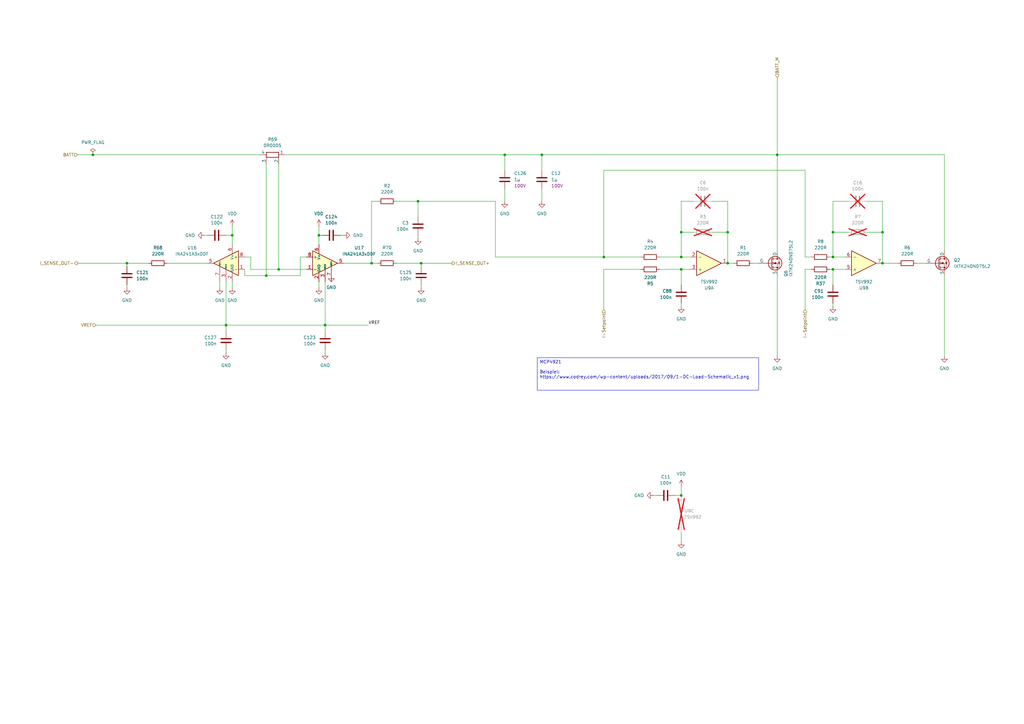
<source format=kicad_sch>
(kicad_sch
	(version 20231120)
	(generator "eeschema")
	(generator_version "8.0")
	(uuid "8e4312e8-5caa-4456-a6ff-d2fb5d357eec")
	(paper "A3")
	(lib_symbols
		(symbol "Amplifier_Current:INA241A2xDDF"
			(pin_names
				(offset 0.127)
			)
			(exclude_from_sim no)
			(in_bom yes)
			(on_board yes)
			(property "Reference" "U"
				(at 3.81 3.81 0)
				(effects
					(font
						(size 1.27 1.27)
					)
					(justify left)
				)
			)
			(property "Value" "INA241A2xDDF"
				(at 3.81 -2.54 0)
				(effects
					(font
						(size 1.27 1.27)
					)
					(justify left)
				)
			)
			(property "Footprint" "Package_TO_SOT_SMD:SOT-23-8"
				(at 0 -16.51 0)
				(effects
					(font
						(size 1.27 1.27)
					)
					(hide yes)
				)
			)
			(property "Datasheet" "https://www.ti.com/lit/ds/symlink/ina241b.pdf"
				(at 3.81 3.81 0)
				(effects
					(font
						(size 1.27 1.27)
					)
					(hide yes)
				)
			)
			(property "Description" "High- and Low-Side, Bidirectional, Zero-Drift, Current-Sense Amplifier With Enhanced PWM Rejection, 20V/V, ±0.01% Gain Accuracy, ±10 μV Offset Voltage, SOT-23-8"
				(at 0 0 0)
				(effects
					(font
						(size 1.27 1.27)
					)
					(hide yes)
				)
			)
			(property "ki_keywords" "current monitor shunt sensor bidirectional high low"
				(at 0 0 0)
				(effects
					(font
						(size 1.27 1.27)
					)
					(hide yes)
				)
			)
			(property "ki_fp_filters" "SOT?23*"
				(at 0 0 0)
				(effects
					(font
						(size 1.27 1.27)
					)
					(hide yes)
				)
			)
			(symbol "INA241A2xDDF_0_1"
				(polyline
					(pts
						(xy 5.08 0) (xy -5.08 5.08) (xy -5.08 -5.08) (xy 5.08 0)
					)
					(stroke
						(width 0.254)
						(type default)
					)
					(fill
						(type background)
					)
				)
			)
			(symbol "INA241A2xDDF_1_1"
				(pin input line
					(at -7.62 -2.54 0)
					(length 2.54)
					(name "-"
						(effects
							(font
								(size 1.27 1.27)
							)
						)
					)
					(number "1"
						(effects
							(font
								(size 1.27 1.27)
							)
						)
					)
				)
				(pin power_in line
					(at -2.54 -7.62 90)
					(length 3.81)
					(name "GND"
						(effects
							(font
								(size 1.016 1.016)
							)
						)
					)
					(number "2"
						(effects
							(font
								(size 1.27 1.27)
							)
						)
					)
				)
				(pin passive line
					(at 0 -7.62 90)
					(length 5.08)
					(name "REF2"
						(effects
							(font
								(size 0.508 0.508)
							)
						)
					)
					(number "3"
						(effects
							(font
								(size 1.27 1.27)
							)
						)
					)
				)
				(pin passive line
					(at -2.54 -7.62 90)
					(length 3.81) hide
					(name "GND"
						(effects
							(font
								(size 1.016 1.016)
							)
						)
					)
					(number "4"
						(effects
							(font
								(size 1.27 1.27)
							)
						)
					)
				)
				(pin output line
					(at 7.62 0 180)
					(length 2.54)
					(name "~"
						(effects
							(font
								(size 1.27 1.27)
							)
						)
					)
					(number "5"
						(effects
							(font
								(size 1.27 1.27)
							)
						)
					)
				)
				(pin power_in line
					(at -2.54 7.62 270)
					(length 3.81)
					(name "V+"
						(effects
							(font
								(size 1.016 1.016)
							)
						)
					)
					(number "6"
						(effects
							(font
								(size 1.27 1.27)
							)
						)
					)
				)
				(pin passive line
					(at 2.54 -7.62 90)
					(length 6.35)
					(name "REF1"
						(effects
							(font
								(size 0.508 0.508)
							)
						)
					)
					(number "7"
						(effects
							(font
								(size 1.27 1.27)
							)
						)
					)
				)
				(pin input line
					(at -7.62 2.54 0)
					(length 2.54)
					(name "+"
						(effects
							(font
								(size 1.27 1.27)
							)
						)
					)
					(number "8"
						(effects
							(font
								(size 1.27 1.27)
							)
						)
					)
				)
			)
		)
		(symbol "Device:C"
			(pin_numbers hide)
			(pin_names
				(offset 0.254)
			)
			(exclude_from_sim no)
			(in_bom yes)
			(on_board yes)
			(property "Reference" "C"
				(at 0.635 2.54 0)
				(effects
					(font
						(size 1.27 1.27)
					)
					(justify left)
				)
			)
			(property "Value" "C"
				(at 0.635 -2.54 0)
				(effects
					(font
						(size 1.27 1.27)
					)
					(justify left)
				)
			)
			(property "Footprint" ""
				(at 0.9652 -3.81 0)
				(effects
					(font
						(size 1.27 1.27)
					)
					(hide yes)
				)
			)
			(property "Datasheet" "~"
				(at 0 0 0)
				(effects
					(font
						(size 1.27 1.27)
					)
					(hide yes)
				)
			)
			(property "Description" "Unpolarized capacitor"
				(at 0 0 0)
				(effects
					(font
						(size 1.27 1.27)
					)
					(hide yes)
				)
			)
			(property "ki_keywords" "cap capacitor"
				(at 0 0 0)
				(effects
					(font
						(size 1.27 1.27)
					)
					(hide yes)
				)
			)
			(property "ki_fp_filters" "C_*"
				(at 0 0 0)
				(effects
					(font
						(size 1.27 1.27)
					)
					(hide yes)
				)
			)
			(symbol "C_0_1"
				(polyline
					(pts
						(xy -2.032 -0.762) (xy 2.032 -0.762)
					)
					(stroke
						(width 0.508)
						(type default)
					)
					(fill
						(type none)
					)
				)
				(polyline
					(pts
						(xy -2.032 0.762) (xy 2.032 0.762)
					)
					(stroke
						(width 0.508)
						(type default)
					)
					(fill
						(type none)
					)
				)
			)
			(symbol "C_1_1"
				(pin passive line
					(at 0 3.81 270)
					(length 2.794)
					(name "~"
						(effects
							(font
								(size 1.27 1.27)
							)
						)
					)
					(number "1"
						(effects
							(font
								(size 1.27 1.27)
							)
						)
					)
				)
				(pin passive line
					(at 0 -3.81 90)
					(length 2.794)
					(name "~"
						(effects
							(font
								(size 1.27 1.27)
							)
						)
					)
					(number "2"
						(effects
							(font
								(size 1.27 1.27)
							)
						)
					)
				)
			)
		)
		(symbol "Device:Opamp_Dual"
			(exclude_from_sim no)
			(in_bom yes)
			(on_board yes)
			(property "Reference" "U"
				(at 0 5.08 0)
				(effects
					(font
						(size 1.27 1.27)
					)
					(justify left)
				)
			)
			(property "Value" "Opamp_Dual"
				(at 0 -5.08 0)
				(effects
					(font
						(size 1.27 1.27)
					)
					(justify left)
				)
			)
			(property "Footprint" ""
				(at 0 0 0)
				(effects
					(font
						(size 1.27 1.27)
					)
					(hide yes)
				)
			)
			(property "Datasheet" "~"
				(at 0 0 0)
				(effects
					(font
						(size 1.27 1.27)
					)
					(hide yes)
				)
			)
			(property "Description" "Dual operational amplifier"
				(at 0 0 0)
				(effects
					(font
						(size 1.27 1.27)
					)
					(hide yes)
				)
			)
			(property "Sim.Library" "${KICAD7_SYMBOL_DIR}/Simulation_SPICE.sp"
				(at 0 0 0)
				(effects
					(font
						(size 1.27 1.27)
					)
					(hide yes)
				)
			)
			(property "Sim.Name" "kicad_builtin_opamp_dual"
				(at 0 0 0)
				(effects
					(font
						(size 1.27 1.27)
					)
					(hide yes)
				)
			)
			(property "Sim.Device" "SUBCKT"
				(at 0 0 0)
				(effects
					(font
						(size 1.27 1.27)
					)
					(hide yes)
				)
			)
			(property "Sim.Pins" "1=out1 2=in1- 3=in1+ 4=vee 5=in2+ 6=in2- 7=out2 8=vcc"
				(at 0 0 0)
				(effects
					(font
						(size 1.27 1.27)
					)
					(hide yes)
				)
			)
			(property "ki_locked" ""
				(at 0 0 0)
				(effects
					(font
						(size 1.27 1.27)
					)
				)
			)
			(property "ki_keywords" "dual opamp"
				(at 0 0 0)
				(effects
					(font
						(size 1.27 1.27)
					)
					(hide yes)
				)
			)
			(property "ki_fp_filters" "SOIC*3.9x4.9mm*P1.27mm* DIP*W7.62mm* MSOP*3x3mm*P0.65mm* SSOP*2.95x2.8mm*P0.65mm* TSSOP*3x3mm*P0.65mm* VSSOP*P0.5mm* TO?99*"
				(at 0 0 0)
				(effects
					(font
						(size 1.27 1.27)
					)
					(hide yes)
				)
			)
			(symbol "Opamp_Dual_1_1"
				(polyline
					(pts
						(xy -5.08 5.08) (xy 5.08 0) (xy -5.08 -5.08) (xy -5.08 5.08)
					)
					(stroke
						(width 0.254)
						(type default)
					)
					(fill
						(type background)
					)
				)
				(pin output line
					(at 7.62 0 180)
					(length 2.54)
					(name "~"
						(effects
							(font
								(size 1.27 1.27)
							)
						)
					)
					(number "1"
						(effects
							(font
								(size 1.27 1.27)
							)
						)
					)
				)
				(pin input line
					(at -7.62 -2.54 0)
					(length 2.54)
					(name "-"
						(effects
							(font
								(size 1.27 1.27)
							)
						)
					)
					(number "2"
						(effects
							(font
								(size 1.27 1.27)
							)
						)
					)
				)
				(pin input line
					(at -7.62 2.54 0)
					(length 2.54)
					(name "+"
						(effects
							(font
								(size 1.27 1.27)
							)
						)
					)
					(number "3"
						(effects
							(font
								(size 1.27 1.27)
							)
						)
					)
				)
			)
			(symbol "Opamp_Dual_2_1"
				(polyline
					(pts
						(xy -5.08 5.08) (xy 5.08 0) (xy -5.08 -5.08) (xy -5.08 5.08)
					)
					(stroke
						(width 0.254)
						(type default)
					)
					(fill
						(type background)
					)
				)
				(pin input line
					(at -7.62 2.54 0)
					(length 2.54)
					(name "+"
						(effects
							(font
								(size 1.27 1.27)
							)
						)
					)
					(number "5"
						(effects
							(font
								(size 1.27 1.27)
							)
						)
					)
				)
				(pin input line
					(at -7.62 -2.54 0)
					(length 2.54)
					(name "-"
						(effects
							(font
								(size 1.27 1.27)
							)
						)
					)
					(number "6"
						(effects
							(font
								(size 1.27 1.27)
							)
						)
					)
				)
				(pin output line
					(at 7.62 0 180)
					(length 2.54)
					(name "~"
						(effects
							(font
								(size 1.27 1.27)
							)
						)
					)
					(number "7"
						(effects
							(font
								(size 1.27 1.27)
							)
						)
					)
				)
			)
			(symbol "Opamp_Dual_3_1"
				(pin power_in line
					(at -2.54 -7.62 90)
					(length 3.81)
					(name "V-"
						(effects
							(font
								(size 1.27 1.27)
							)
						)
					)
					(number "4"
						(effects
							(font
								(size 1.27 1.27)
							)
						)
					)
				)
				(pin power_in line
					(at -2.54 7.62 270)
					(length 3.81)
					(name "V+"
						(effects
							(font
								(size 1.27 1.27)
							)
						)
					)
					(number "8"
						(effects
							(font
								(size 1.27 1.27)
							)
						)
					)
				)
			)
		)
		(symbol "Device:R"
			(pin_numbers hide)
			(pin_names
				(offset 0)
			)
			(exclude_from_sim no)
			(in_bom yes)
			(on_board yes)
			(property "Reference" "R"
				(at 2.032 0 90)
				(effects
					(font
						(size 1.27 1.27)
					)
				)
			)
			(property "Value" "R"
				(at 0 0 90)
				(effects
					(font
						(size 1.27 1.27)
					)
				)
			)
			(property "Footprint" ""
				(at -1.778 0 90)
				(effects
					(font
						(size 1.27 1.27)
					)
					(hide yes)
				)
			)
			(property "Datasheet" "~"
				(at 0 0 0)
				(effects
					(font
						(size 1.27 1.27)
					)
					(hide yes)
				)
			)
			(property "Description" "Resistor"
				(at 0 0 0)
				(effects
					(font
						(size 1.27 1.27)
					)
					(hide yes)
				)
			)
			(property "ki_keywords" "R res resistor"
				(at 0 0 0)
				(effects
					(font
						(size 1.27 1.27)
					)
					(hide yes)
				)
			)
			(property "ki_fp_filters" "R_*"
				(at 0 0 0)
				(effects
					(font
						(size 1.27 1.27)
					)
					(hide yes)
				)
			)
			(symbol "R_0_1"
				(rectangle
					(start -1.016 -2.54)
					(end 1.016 2.54)
					(stroke
						(width 0.254)
						(type default)
					)
					(fill
						(type none)
					)
				)
			)
			(symbol "R_1_1"
				(pin passive line
					(at 0 3.81 270)
					(length 1.27)
					(name "~"
						(effects
							(font
								(size 1.27 1.27)
							)
						)
					)
					(number "1"
						(effects
							(font
								(size 1.27 1.27)
							)
						)
					)
				)
				(pin passive line
					(at 0 -3.81 90)
					(length 1.27)
					(name "~"
						(effects
							(font
								(size 1.27 1.27)
							)
						)
					)
					(number "2"
						(effects
							(font
								(size 1.27 1.27)
							)
						)
					)
				)
			)
		)
		(symbol "Device:R_Shunt"
			(pin_numbers hide)
			(pin_names
				(offset 0)
			)
			(exclude_from_sim no)
			(in_bom yes)
			(on_board yes)
			(property "Reference" "R"
				(at -4.445 0 90)
				(effects
					(font
						(size 1.27 1.27)
					)
				)
			)
			(property "Value" "R_Shunt"
				(at -2.54 0 90)
				(effects
					(font
						(size 1.27 1.27)
					)
				)
			)
			(property "Footprint" ""
				(at -1.778 0 90)
				(effects
					(font
						(size 1.27 1.27)
					)
					(hide yes)
				)
			)
			(property "Datasheet" "~"
				(at 0 0 0)
				(effects
					(font
						(size 1.27 1.27)
					)
					(hide yes)
				)
			)
			(property "Description" "Shunt resistor"
				(at 0 0 0)
				(effects
					(font
						(size 1.27 1.27)
					)
					(hide yes)
				)
			)
			(property "ki_keywords" "R res shunt resistor"
				(at 0 0 0)
				(effects
					(font
						(size 1.27 1.27)
					)
					(hide yes)
				)
			)
			(property "ki_fp_filters" "R_*Shunt*"
				(at 0 0 0)
				(effects
					(font
						(size 1.27 1.27)
					)
					(hide yes)
				)
			)
			(symbol "R_Shunt_0_1"
				(rectangle
					(start -1.016 -2.54)
					(end 1.016 2.54)
					(stroke
						(width 0.254)
						(type default)
					)
					(fill
						(type none)
					)
				)
				(polyline
					(pts
						(xy 0 -2.54) (xy 1.27 -2.54)
					)
					(stroke
						(width 0)
						(type default)
					)
					(fill
						(type none)
					)
				)
				(polyline
					(pts
						(xy 1.27 2.54) (xy 0 2.54)
					)
					(stroke
						(width 0)
						(type default)
					)
					(fill
						(type none)
					)
				)
			)
			(symbol "R_Shunt_1_1"
				(pin passive line
					(at 0 5.08 270)
					(length 2.54)
					(name "1"
						(effects
							(font
								(size 1.27 1.27)
							)
						)
					)
					(number "1"
						(effects
							(font
								(size 1.27 1.27)
							)
						)
					)
				)
				(pin passive line
					(at 3.81 2.54 180)
					(length 2.54)
					(name "2"
						(effects
							(font
								(size 1.27 1.27)
							)
						)
					)
					(number "2"
						(effects
							(font
								(size 1.27 1.27)
							)
						)
					)
				)
				(pin passive line
					(at 3.81 -2.54 180)
					(length 2.54)
					(name "3"
						(effects
							(font
								(size 1.27 1.27)
							)
						)
					)
					(number "3"
						(effects
							(font
								(size 1.27 1.27)
							)
						)
					)
				)
				(pin passive line
					(at 0 -5.08 90)
					(length 2.54)
					(name "4"
						(effects
							(font
								(size 1.27 1.27)
							)
						)
					)
					(number "4"
						(effects
							(font
								(size 1.27 1.27)
							)
						)
					)
				)
			)
		)
		(symbol "Simulation_SPICE:NMOS"
			(pin_numbers hide)
			(pin_names
				(offset 0)
			)
			(exclude_from_sim no)
			(in_bom yes)
			(on_board yes)
			(property "Reference" "Q"
				(at 5.08 1.27 0)
				(effects
					(font
						(size 1.27 1.27)
					)
					(justify left)
				)
			)
			(property "Value" "NMOS"
				(at 5.08 -1.27 0)
				(effects
					(font
						(size 1.27 1.27)
					)
					(justify left)
				)
			)
			(property "Footprint" ""
				(at 5.08 2.54 0)
				(effects
					(font
						(size 1.27 1.27)
					)
					(hide yes)
				)
			)
			(property "Datasheet" "https://ngspice.sourceforge.io/docs/ngspice-html-manual/manual.xhtml#cha_MOSFETs"
				(at 0 -12.7 0)
				(effects
					(font
						(size 1.27 1.27)
					)
					(hide yes)
				)
			)
			(property "Description" "N-MOSFET transistor, drain/source/gate"
				(at 0 0 0)
				(effects
					(font
						(size 1.27 1.27)
					)
					(hide yes)
				)
			)
			(property "Sim.Device" "NMOS"
				(at 0 -17.145 0)
				(effects
					(font
						(size 1.27 1.27)
					)
					(hide yes)
				)
			)
			(property "Sim.Type" "VDMOS"
				(at 0 -19.05 0)
				(effects
					(font
						(size 1.27 1.27)
					)
					(hide yes)
				)
			)
			(property "Sim.Pins" "1=D 2=G 3=S"
				(at 0 -15.24 0)
				(effects
					(font
						(size 1.27 1.27)
					)
					(hide yes)
				)
			)
			(property "ki_keywords" "transistor NMOS N-MOS N-MOSFET simulation"
				(at 0 0 0)
				(effects
					(font
						(size 1.27 1.27)
					)
					(hide yes)
				)
			)
			(symbol "NMOS_0_1"
				(polyline
					(pts
						(xy 0.254 0) (xy -2.54 0)
					)
					(stroke
						(width 0)
						(type default)
					)
					(fill
						(type none)
					)
				)
				(polyline
					(pts
						(xy 0.254 1.905) (xy 0.254 -1.905)
					)
					(stroke
						(width 0.254)
						(type default)
					)
					(fill
						(type none)
					)
				)
				(polyline
					(pts
						(xy 0.762 -1.27) (xy 0.762 -2.286)
					)
					(stroke
						(width 0.254)
						(type default)
					)
					(fill
						(type none)
					)
				)
				(polyline
					(pts
						(xy 0.762 0.508) (xy 0.762 -0.508)
					)
					(stroke
						(width 0.254)
						(type default)
					)
					(fill
						(type none)
					)
				)
				(polyline
					(pts
						(xy 0.762 2.286) (xy 0.762 1.27)
					)
					(stroke
						(width 0.254)
						(type default)
					)
					(fill
						(type none)
					)
				)
				(polyline
					(pts
						(xy 2.54 2.54) (xy 2.54 1.778)
					)
					(stroke
						(width 0)
						(type default)
					)
					(fill
						(type none)
					)
				)
				(polyline
					(pts
						(xy 2.54 -2.54) (xy 2.54 0) (xy 0.762 0)
					)
					(stroke
						(width 0)
						(type default)
					)
					(fill
						(type none)
					)
				)
				(polyline
					(pts
						(xy 0.762 -1.778) (xy 3.302 -1.778) (xy 3.302 1.778) (xy 0.762 1.778)
					)
					(stroke
						(width 0)
						(type default)
					)
					(fill
						(type none)
					)
				)
				(polyline
					(pts
						(xy 1.016 0) (xy 2.032 0.381) (xy 2.032 -0.381) (xy 1.016 0)
					)
					(stroke
						(width 0)
						(type default)
					)
					(fill
						(type outline)
					)
				)
				(polyline
					(pts
						(xy 2.794 0.508) (xy 2.921 0.381) (xy 3.683 0.381) (xy 3.81 0.254)
					)
					(stroke
						(width 0)
						(type default)
					)
					(fill
						(type none)
					)
				)
				(polyline
					(pts
						(xy 3.302 0.381) (xy 2.921 -0.254) (xy 3.683 -0.254) (xy 3.302 0.381)
					)
					(stroke
						(width 0)
						(type default)
					)
					(fill
						(type none)
					)
				)
				(circle
					(center 1.651 0)
					(radius 2.794)
					(stroke
						(width 0.254)
						(type default)
					)
					(fill
						(type none)
					)
				)
				(circle
					(center 2.54 -1.778)
					(radius 0.254)
					(stroke
						(width 0)
						(type default)
					)
					(fill
						(type outline)
					)
				)
				(circle
					(center 2.54 1.778)
					(radius 0.254)
					(stroke
						(width 0)
						(type default)
					)
					(fill
						(type outline)
					)
				)
			)
			(symbol "NMOS_1_1"
				(pin passive line
					(at 2.54 5.08 270)
					(length 2.54)
					(name "D"
						(effects
							(font
								(size 1.27 1.27)
							)
						)
					)
					(number "1"
						(effects
							(font
								(size 1.27 1.27)
							)
						)
					)
				)
				(pin input line
					(at -5.08 0 0)
					(length 2.54)
					(name "G"
						(effects
							(font
								(size 1.27 1.27)
							)
						)
					)
					(number "2"
						(effects
							(font
								(size 1.27 1.27)
							)
						)
					)
				)
				(pin passive line
					(at 2.54 -5.08 90)
					(length 2.54)
					(name "S"
						(effects
							(font
								(size 1.27 1.27)
							)
						)
					)
					(number "3"
						(effects
							(font
								(size 1.27 1.27)
							)
						)
					)
				)
			)
		)
		(symbol "power:GND"
			(power)
			(pin_numbers hide)
			(pin_names
				(offset 0) hide)
			(exclude_from_sim no)
			(in_bom yes)
			(on_board yes)
			(property "Reference" "#PWR"
				(at 0 -6.35 0)
				(effects
					(font
						(size 1.27 1.27)
					)
					(hide yes)
				)
			)
			(property "Value" "GND"
				(at 0 -3.81 0)
				(effects
					(font
						(size 1.27 1.27)
					)
				)
			)
			(property "Footprint" ""
				(at 0 0 0)
				(effects
					(font
						(size 1.27 1.27)
					)
					(hide yes)
				)
			)
			(property "Datasheet" ""
				(at 0 0 0)
				(effects
					(font
						(size 1.27 1.27)
					)
					(hide yes)
				)
			)
			(property "Description" "Power symbol creates a global label with name \"GND\" , ground"
				(at 0 0 0)
				(effects
					(font
						(size 1.27 1.27)
					)
					(hide yes)
				)
			)
			(property "ki_keywords" "global power"
				(at 0 0 0)
				(effects
					(font
						(size 1.27 1.27)
					)
					(hide yes)
				)
			)
			(symbol "GND_0_1"
				(polyline
					(pts
						(xy 0 0) (xy 0 -1.27) (xy 1.27 -1.27) (xy 0 -2.54) (xy -1.27 -1.27) (xy 0 -1.27)
					)
					(stroke
						(width 0)
						(type default)
					)
					(fill
						(type none)
					)
				)
			)
			(symbol "GND_1_1"
				(pin power_in line
					(at 0 0 270)
					(length 0)
					(name "~"
						(effects
							(font
								(size 1.27 1.27)
							)
						)
					)
					(number "1"
						(effects
							(font
								(size 1.27 1.27)
							)
						)
					)
				)
			)
		)
		(symbol "power:PWR_FLAG"
			(power)
			(pin_numbers hide)
			(pin_names
				(offset 0) hide)
			(exclude_from_sim no)
			(in_bom yes)
			(on_board yes)
			(property "Reference" "#FLG"
				(at 0 1.905 0)
				(effects
					(font
						(size 1.27 1.27)
					)
					(hide yes)
				)
			)
			(property "Value" "PWR_FLAG"
				(at 0 3.81 0)
				(effects
					(font
						(size 1.27 1.27)
					)
				)
			)
			(property "Footprint" ""
				(at 0 0 0)
				(effects
					(font
						(size 1.27 1.27)
					)
					(hide yes)
				)
			)
			(property "Datasheet" "~"
				(at 0 0 0)
				(effects
					(font
						(size 1.27 1.27)
					)
					(hide yes)
				)
			)
			(property "Description" "Special symbol for telling ERC where power comes from"
				(at 0 0 0)
				(effects
					(font
						(size 1.27 1.27)
					)
					(hide yes)
				)
			)
			(property "ki_keywords" "flag power"
				(at 0 0 0)
				(effects
					(font
						(size 1.27 1.27)
					)
					(hide yes)
				)
			)
			(symbol "PWR_FLAG_0_0"
				(pin power_out line
					(at 0 0 90)
					(length 0)
					(name "~"
						(effects
							(font
								(size 1.27 1.27)
							)
						)
					)
					(number "1"
						(effects
							(font
								(size 1.27 1.27)
							)
						)
					)
				)
			)
			(symbol "PWR_FLAG_0_1"
				(polyline
					(pts
						(xy 0 0) (xy 0 1.27) (xy -1.016 1.905) (xy 0 2.54) (xy 1.016 1.905) (xy 0 1.27)
					)
					(stroke
						(width 0)
						(type default)
					)
					(fill
						(type none)
					)
				)
			)
		)
		(symbol "power:VDD"
			(power)
			(pin_numbers hide)
			(pin_names
				(offset 0) hide)
			(exclude_from_sim no)
			(in_bom yes)
			(on_board yes)
			(property "Reference" "#PWR"
				(at 0 -3.81 0)
				(effects
					(font
						(size 1.27 1.27)
					)
					(hide yes)
				)
			)
			(property "Value" "VDD"
				(at 0 3.556 0)
				(effects
					(font
						(size 1.27 1.27)
					)
				)
			)
			(property "Footprint" ""
				(at 0 0 0)
				(effects
					(font
						(size 1.27 1.27)
					)
					(hide yes)
				)
			)
			(property "Datasheet" ""
				(at 0 0 0)
				(effects
					(font
						(size 1.27 1.27)
					)
					(hide yes)
				)
			)
			(property "Description" "Power symbol creates a global label with name \"VDD\""
				(at 0 0 0)
				(effects
					(font
						(size 1.27 1.27)
					)
					(hide yes)
				)
			)
			(property "ki_keywords" "global power"
				(at 0 0 0)
				(effects
					(font
						(size 1.27 1.27)
					)
					(hide yes)
				)
			)
			(symbol "VDD_0_1"
				(polyline
					(pts
						(xy -0.762 1.27) (xy 0 2.54)
					)
					(stroke
						(width 0)
						(type default)
					)
					(fill
						(type none)
					)
				)
				(polyline
					(pts
						(xy 0 0) (xy 0 2.54)
					)
					(stroke
						(width 0)
						(type default)
					)
					(fill
						(type none)
					)
				)
				(polyline
					(pts
						(xy 0 2.54) (xy 0.762 1.27)
					)
					(stroke
						(width 0)
						(type default)
					)
					(fill
						(type none)
					)
				)
			)
			(symbol "VDD_1_1"
				(pin power_in line
					(at 0 0 90)
					(length 0)
					(name "~"
						(effects
							(font
								(size 1.27 1.27)
							)
						)
					)
					(number "1"
						(effects
							(font
								(size 1.27 1.27)
							)
						)
					)
				)
			)
		)
	)
	(junction
		(at 279.4 105.41)
		(diameter 0)
		(color 0 0 0 0)
		(uuid "0478f85d-ca12-4a12-b234-f0474ed41033")
	)
	(junction
		(at 52.07 107.95)
		(diameter 0)
		(color 0 0 0 0)
		(uuid "105edc27-7cec-48eb-931d-a3ee94592234")
	)
	(junction
		(at 361.95 95.25)
		(diameter 0)
		(color 0 0 0 0)
		(uuid "21a11000-66d1-44fb-81aa-8e28ab9b3c0d")
	)
	(junction
		(at 298.45 107.95)
		(diameter 0)
		(color 0 0 0 0)
		(uuid "29b26169-2103-4ea4-99ac-cfb2852979ae")
	)
	(junction
		(at 247.65 105.41)
		(diameter 0)
		(color 0 0 0 0)
		(uuid "575375f6-269b-4a5f-86be-5050a0ebbb72")
	)
	(junction
		(at 109.22 113.03)
		(diameter 0)
		(color 0 0 0 0)
		(uuid "62aebffd-1d2d-46fa-a245-ea209b773bf2")
	)
	(junction
		(at 95.25 96.52)
		(diameter 0)
		(color 0 0 0 0)
		(uuid "632f1ceb-0a53-45f7-b651-d73e36c5cc0f")
	)
	(junction
		(at 130.81 96.52)
		(diameter 0)
		(color 0 0 0 0)
		(uuid "6e41cf94-b1c2-4078-ad2a-9d35ba2f2835")
	)
	(junction
		(at 172.72 107.95)
		(diameter 0)
		(color 0 0 0 0)
		(uuid "8c830fe0-333b-4b22-add1-4fc26b8ff062")
	)
	(junction
		(at 341.63 110.49)
		(diameter 0)
		(color 0 0 0 0)
		(uuid "8fd765e6-09a4-47b2-8e42-1beff0039d6b")
	)
	(junction
		(at 133.35 133.35)
		(diameter 0)
		(color 0 0 0 0)
		(uuid "95594dde-97c3-4913-8005-48cc0a98de36")
	)
	(junction
		(at 361.95 107.95)
		(diameter 0)
		(color 0 0 0 0)
		(uuid "9b305fad-2db5-4151-8279-49dea3f7ef20")
	)
	(junction
		(at 279.4 110.49)
		(diameter 0)
		(color 0 0 0 0)
		(uuid "9d7ecdea-ed6c-4d36-ae85-686b46bda35c")
	)
	(junction
		(at 279.4 203.2)
		(diameter 0)
		(color 0 0 0 0)
		(uuid "a1d0257e-d396-489e-a84b-5dd8a9aad11b")
	)
	(junction
		(at 279.4 95.25)
		(diameter 0)
		(color 0 0 0 0)
		(uuid "a86fcd2b-7d7d-4392-bf43-377071170e27")
	)
	(junction
		(at 92.71 133.35)
		(diameter 0)
		(color 0 0 0 0)
		(uuid "b1b36431-b857-48d3-8965-dc47c63c348e")
	)
	(junction
		(at 171.45 82.55)
		(diameter 0)
		(color 0 0 0 0)
		(uuid "bf1cd4da-3bbd-4823-900b-07ece5e33ef0")
	)
	(junction
		(at 114.3 110.49)
		(diameter 0)
		(color 0 0 0 0)
		(uuid "c90307cd-39e9-4d7f-9d91-7bcf513be111")
	)
	(junction
		(at 152.4 107.95)
		(diameter 0)
		(color 0 0 0 0)
		(uuid "cca2c5d7-5457-4692-b0a2-3e11e9981c59")
	)
	(junction
		(at 341.63 95.25)
		(diameter 0)
		(color 0 0 0 0)
		(uuid "dff2bee3-583a-4b2a-b491-ea0ad5bed97a")
	)
	(junction
		(at 341.63 105.41)
		(diameter 0)
		(color 0 0 0 0)
		(uuid "e01385f4-caa7-40e4-b6eb-5016a8cf94de")
	)
	(junction
		(at 318.77 63.5)
		(diameter 0)
		(color 0 0 0 0)
		(uuid "e268b4d2-e8d0-4534-b82c-6d064daa017e")
	)
	(junction
		(at 207.01 63.5)
		(diameter 0)
		(color 0 0 0 0)
		(uuid "e52b5bc5-00e0-409a-932f-59b5d7206f8a")
	)
	(junction
		(at 38.1 63.5)
		(diameter 0)
		(color 0 0 0 0)
		(uuid "e6cd1d53-a860-4784-9d5f-72bd58cd5497")
	)
	(junction
		(at 222.25 63.5)
		(diameter 0)
		(color 0 0 0 0)
		(uuid "eadd1391-3dbf-420a-b805-5b7e8917e93e")
	)
	(junction
		(at 298.45 95.25)
		(diameter 0)
		(color 0 0 0 0)
		(uuid "f5616505-20c5-40c4-888a-928d85e8459c")
	)
	(wire
		(pts
			(xy 154.94 82.55) (xy 152.4 82.55)
		)
		(stroke
			(width 0)
			(type default)
		)
		(uuid "05146921-31e3-4a6d-835d-6b24951e1b9b")
	)
	(wire
		(pts
			(xy 133.35 143.51) (xy 133.35 144.78)
		)
		(stroke
			(width 0)
			(type default)
		)
		(uuid "05156bf2-fcf0-4515-bdca-e24053eecc3b")
	)
	(wire
		(pts
			(xy 52.07 107.95) (xy 31.75 107.95)
		)
		(stroke
			(width 0)
			(type default)
		)
		(uuid "064683ec-4dd7-4ad9-be6e-32c6508aa2dc")
	)
	(wire
		(pts
			(xy 341.63 95.25) (xy 341.63 105.41)
		)
		(stroke
			(width 0)
			(type default)
		)
		(uuid "07aebf23-7eed-4ade-8847-57187c004193")
	)
	(wire
		(pts
			(xy 85.09 96.52) (xy 83.82 96.52)
		)
		(stroke
			(width 0)
			(type default)
		)
		(uuid "0874de4e-af57-4102-aff2-f58913acc0e3")
	)
	(wire
		(pts
			(xy 68.58 107.95) (xy 85.09 107.95)
		)
		(stroke
			(width 0)
			(type default)
		)
		(uuid "088d37a2-24a8-4527-843d-60e01f7c1e7f")
	)
	(wire
		(pts
			(xy 92.71 133.35) (xy 133.35 133.35)
		)
		(stroke
			(width 0)
			(type default)
		)
		(uuid "0c1449ec-e5b0-4012-8754-967205ad493e")
	)
	(wire
		(pts
			(xy 109.22 67.31) (xy 109.22 113.03)
		)
		(stroke
			(width 0)
			(type default)
		)
		(uuid "0c6e299e-fa6f-473f-b385-65a317290988")
	)
	(wire
		(pts
			(xy 130.81 92.71) (xy 130.81 96.52)
		)
		(stroke
			(width 0)
			(type default)
		)
		(uuid "11e3e030-1394-4541-9e21-1eab51665629")
	)
	(wire
		(pts
			(xy 330.2 127) (xy 330.2 110.49)
		)
		(stroke
			(width 0)
			(type default)
		)
		(uuid "1ad1c9f3-b00b-45b6-8c0a-343fa9ce6e6f")
	)
	(wire
		(pts
			(xy 298.45 95.25) (xy 298.45 107.95)
		)
		(stroke
			(width 0)
			(type default)
		)
		(uuid "1bcd0b97-bed7-4b6c-ab68-a2fef5f01653")
	)
	(wire
		(pts
			(xy 135.89 115.57) (xy 135.89 113.03)
		)
		(stroke
			(width 0)
			(type default)
		)
		(uuid "1bf2f099-ad60-4c2a-b813-02f058c6006f")
	)
	(wire
		(pts
			(xy 95.25 96.52) (xy 95.25 100.33)
		)
		(stroke
			(width 0)
			(type default)
		)
		(uuid "1cb5e149-a50d-401d-844d-33b8f36ee865")
	)
	(wire
		(pts
			(xy 330.2 105.41) (xy 330.2 69.85)
		)
		(stroke
			(width 0)
			(type default)
		)
		(uuid "1d2eabf8-a8dc-4208-95d1-ff1d9de8e32a")
	)
	(wire
		(pts
			(xy 222.25 63.5) (xy 222.25 69.85)
		)
		(stroke
			(width 0)
			(type default)
		)
		(uuid "1ef297f1-7d1d-4a86-8987-c62a4313b0b2")
	)
	(wire
		(pts
			(xy 114.3 67.31) (xy 114.3 110.49)
		)
		(stroke
			(width 0)
			(type default)
		)
		(uuid "20542d8d-9274-4a39-9b9a-a6867e5f4bfb")
	)
	(wire
		(pts
			(xy 133.35 133.35) (xy 151.13 133.35)
		)
		(stroke
			(width 0)
			(type default)
		)
		(uuid "20c6e22f-5949-45ba-a0a7-3cfddb7ea827")
	)
	(wire
		(pts
			(xy 102.87 110.49) (xy 114.3 110.49)
		)
		(stroke
			(width 0)
			(type default)
		)
		(uuid "26508e13-a504-4471-b611-e527e42f9324")
	)
	(wire
		(pts
			(xy 130.81 115.57) (xy 130.81 118.11)
		)
		(stroke
			(width 0)
			(type default)
		)
		(uuid "2885e6eb-8d74-4c5c-b281-e218e28f388e")
	)
	(wire
		(pts
			(xy 284.48 82.55) (xy 279.4 82.55)
		)
		(stroke
			(width 0)
			(type default)
		)
		(uuid "2c0cb11d-fbb4-4ebc-98cb-07cd8f9aee7d")
	)
	(wire
		(pts
			(xy 172.72 107.95) (xy 172.72 109.22)
		)
		(stroke
			(width 0)
			(type default)
		)
		(uuid "2c7ee18f-de76-46ea-ac60-78168df5fdbb")
	)
	(wire
		(pts
			(xy 279.4 218.44) (xy 279.4 222.25)
		)
		(stroke
			(width 0)
			(type default)
		)
		(uuid "2ed66cda-9384-4579-858b-f3c16d407f3e")
	)
	(wire
		(pts
			(xy 100.33 110.49) (xy 100.33 113.03)
		)
		(stroke
			(width 0)
			(type default)
		)
		(uuid "2f74c68f-e935-486c-bf77-13ee9b186e22")
	)
	(wire
		(pts
			(xy 172.72 107.95) (xy 185.42 107.95)
		)
		(stroke
			(width 0)
			(type default)
		)
		(uuid "3068ebdd-e9fe-4be7-bf55-facd00374414")
	)
	(wire
		(pts
			(xy 171.45 82.55) (xy 203.2 82.55)
		)
		(stroke
			(width 0)
			(type default)
		)
		(uuid "327fe866-a264-4f23-be0b-14ae19287ffc")
	)
	(wire
		(pts
			(xy 298.45 82.55) (xy 298.45 95.25)
		)
		(stroke
			(width 0)
			(type default)
		)
		(uuid "345f5c92-295f-4db3-a63c-24416aabf8ee")
	)
	(wire
		(pts
			(xy 341.63 110.49) (xy 346.71 110.49)
		)
		(stroke
			(width 0)
			(type default)
		)
		(uuid "36c4f1c7-9304-4bf8-96d1-f2d057774baa")
	)
	(wire
		(pts
			(xy 361.95 95.25) (xy 361.95 107.95)
		)
		(stroke
			(width 0)
			(type default)
		)
		(uuid "37cab1dd-5782-4c6d-a9ef-9d666d39eded")
	)
	(wire
		(pts
			(xy 355.6 95.25) (xy 361.95 95.25)
		)
		(stroke
			(width 0)
			(type default)
		)
		(uuid "38070303-e144-4a28-a829-b598bcbe1b0e")
	)
	(wire
		(pts
			(xy 130.81 96.52) (xy 130.81 100.33)
		)
		(stroke
			(width 0)
			(type default)
		)
		(uuid "38af7768-67c2-441f-b44d-c638a4ac59fb")
	)
	(wire
		(pts
			(xy 39.37 133.35) (xy 92.71 133.35)
		)
		(stroke
			(width 0)
			(type default)
		)
		(uuid "3ac7eef0-3f69-448e-9df5-a048c1ab11fa")
	)
	(wire
		(pts
			(xy 283.21 110.49) (xy 279.4 110.49)
		)
		(stroke
			(width 0)
			(type default)
		)
		(uuid "3b17995b-dd38-47c4-a237-58bae438d883")
	)
	(wire
		(pts
			(xy 330.2 110.49) (xy 332.74 110.49)
		)
		(stroke
			(width 0)
			(type default)
		)
		(uuid "3c3f3439-7c79-4ed4-86ed-1f0bc3690d86")
	)
	(wire
		(pts
			(xy 279.4 110.49) (xy 279.4 116.84)
		)
		(stroke
			(width 0)
			(type default)
		)
		(uuid "3d0cd3c2-7b53-496b-bde2-2817ce060fdb")
	)
	(wire
		(pts
			(xy 207.01 63.5) (xy 207.01 69.85)
		)
		(stroke
			(width 0)
			(type default)
		)
		(uuid "445a7589-b2f6-4648-8f4f-5fdfc29dd23e")
	)
	(wire
		(pts
			(xy 269.24 203.2) (xy 267.97 203.2)
		)
		(stroke
			(width 0)
			(type default)
		)
		(uuid "46428f1b-e072-4706-9d0b-80f14ed74d25")
	)
	(wire
		(pts
			(xy 355.6 82.55) (xy 361.95 82.55)
		)
		(stroke
			(width 0)
			(type default)
		)
		(uuid "489cd166-e2f3-4994-b48c-0736e779816d")
	)
	(wire
		(pts
			(xy 90.17 115.57) (xy 90.17 118.11)
		)
		(stroke
			(width 0)
			(type default)
		)
		(uuid "49e5edb6-ab4b-46d0-83f1-7f2ffc54bdcb")
	)
	(wire
		(pts
			(xy 284.48 95.25) (xy 279.4 95.25)
		)
		(stroke
			(width 0)
			(type default)
		)
		(uuid "4b028904-5695-4f0d-ad67-2dcbde51651f")
	)
	(wire
		(pts
			(xy 31.75 63.5) (xy 38.1 63.5)
		)
		(stroke
			(width 0)
			(type default)
		)
		(uuid "4b4098ba-4e95-4e83-b41b-8600bcf1bfcf")
	)
	(wire
		(pts
			(xy 387.35 113.03) (xy 387.35 146.05)
		)
		(stroke
			(width 0)
			(type default)
		)
		(uuid "51b12797-5e53-4bd3-a4b6-c65fb8d0a148")
	)
	(wire
		(pts
			(xy 123.19 105.41) (xy 123.19 113.03)
		)
		(stroke
			(width 0)
			(type default)
		)
		(uuid "55d3ddf3-09e2-42c6-9fab-1316144a0abd")
	)
	(wire
		(pts
			(xy 95.25 96.52) (xy 92.71 96.52)
		)
		(stroke
			(width 0)
			(type default)
		)
		(uuid "56fb0cd3-5548-4a52-9846-52ee93682123")
	)
	(wire
		(pts
			(xy 318.77 31.75) (xy 318.77 63.5)
		)
		(stroke
			(width 0)
			(type default)
		)
		(uuid "5b5bfe41-01e1-423c-bc4e-1a2cfee2efa5")
	)
	(wire
		(pts
			(xy 247.65 105.41) (xy 262.89 105.41)
		)
		(stroke
			(width 0)
			(type default)
		)
		(uuid "5fd83b82-b002-4147-a466-55d3a4888277")
	)
	(wire
		(pts
			(xy 279.4 105.41) (xy 283.21 105.41)
		)
		(stroke
			(width 0)
			(type default)
		)
		(uuid "604f72bb-9190-4876-b057-d25ccb091419")
	)
	(wire
		(pts
			(xy 100.33 113.03) (xy 109.22 113.03)
		)
		(stroke
			(width 0)
			(type default)
		)
		(uuid "6232fb7e-2966-4005-9c44-0f3967e1fed3")
	)
	(wire
		(pts
			(xy 361.95 107.95) (xy 368.3 107.95)
		)
		(stroke
			(width 0)
			(type default)
		)
		(uuid "63f6bda9-d324-47d8-824d-22a1ee762946")
	)
	(wire
		(pts
			(xy 330.2 69.85) (xy 247.65 69.85)
		)
		(stroke
			(width 0)
			(type default)
		)
		(uuid "65b0ed80-146b-4293-8711-6e5a32f4ac7d")
	)
	(wire
		(pts
			(xy 341.63 82.55) (xy 341.63 95.25)
		)
		(stroke
			(width 0)
			(type default)
		)
		(uuid "69ba533e-1077-4bb1-9e78-98ff59b1e19a")
	)
	(wire
		(pts
			(xy 152.4 82.55) (xy 152.4 107.95)
		)
		(stroke
			(width 0)
			(type default)
		)
		(uuid "6c8f3b80-0033-4046-b68c-4275b96e5697")
	)
	(wire
		(pts
			(xy 109.22 113.03) (xy 123.19 113.03)
		)
		(stroke
			(width 0)
			(type default)
		)
		(uuid "6de97458-02c4-4d98-8f4d-83ad5a931e52")
	)
	(wire
		(pts
			(xy 340.36 105.41) (xy 341.63 105.41)
		)
		(stroke
			(width 0)
			(type default)
		)
		(uuid "6e1259ae-a1ab-4d70-b728-dee70f330a58")
	)
	(wire
		(pts
			(xy 102.87 105.41) (xy 100.33 105.41)
		)
		(stroke
			(width 0)
			(type default)
		)
		(uuid "6f659b57-952d-4d20-b83f-216b822176c2")
	)
	(wire
		(pts
			(xy 262.89 110.49) (xy 247.65 110.49)
		)
		(stroke
			(width 0)
			(type default)
		)
		(uuid "7067a6ff-c12a-4740-a104-997031ce3720")
	)
	(wire
		(pts
			(xy 133.35 115.57) (xy 133.35 133.35)
		)
		(stroke
			(width 0)
			(type default)
		)
		(uuid "70ed1fe1-a432-4a27-990a-08f615876a51")
	)
	(wire
		(pts
			(xy 133.35 133.35) (xy 133.35 135.89)
		)
		(stroke
			(width 0)
			(type default)
		)
		(uuid "740ac426-18ce-467f-97e8-322de12fd57a")
	)
	(wire
		(pts
			(xy 332.74 105.41) (xy 330.2 105.41)
		)
		(stroke
			(width 0)
			(type default)
		)
		(uuid "7690020f-d81f-4b48-8538-24976b99db75")
	)
	(wire
		(pts
			(xy 140.97 96.52) (xy 139.7 96.52)
		)
		(stroke
			(width 0)
			(type default)
		)
		(uuid "8204d0e2-d6a6-432e-93d4-6cb4865e22b7")
	)
	(wire
		(pts
			(xy 318.77 113.03) (xy 318.77 146.05)
		)
		(stroke
			(width 0)
			(type default)
		)
		(uuid "8265e84b-5357-4623-84ab-3351a83fe063")
	)
	(wire
		(pts
			(xy 102.87 105.41) (xy 102.87 110.49)
		)
		(stroke
			(width 0)
			(type default)
		)
		(uuid "8b12e282-607e-427c-9506-c732ea222f32")
	)
	(wire
		(pts
			(xy 298.45 107.95) (xy 300.99 107.95)
		)
		(stroke
			(width 0)
			(type default)
		)
		(uuid "8beb2b5a-9da6-4aca-927c-73138132733d")
	)
	(wire
		(pts
			(xy 92.71 115.57) (xy 92.71 133.35)
		)
		(stroke
			(width 0)
			(type default)
		)
		(uuid "8cadb326-2ff4-43df-8c9f-cd315cf57fc7")
	)
	(wire
		(pts
			(xy 203.2 105.41) (xy 247.65 105.41)
		)
		(stroke
			(width 0)
			(type default)
		)
		(uuid "901372ca-360b-494d-9ac7-e621168b895b")
	)
	(wire
		(pts
			(xy 172.72 116.84) (xy 172.72 118.11)
		)
		(stroke
			(width 0)
			(type default)
		)
		(uuid "937998ec-3394-4661-b7c0-3139085c498b")
	)
	(wire
		(pts
			(xy 308.61 107.95) (xy 311.15 107.95)
		)
		(stroke
			(width 0)
			(type default)
		)
		(uuid "94135eaf-8801-4070-8b76-cd9180339b33")
	)
	(wire
		(pts
			(xy 114.3 110.49) (xy 125.73 110.49)
		)
		(stroke
			(width 0)
			(type default)
		)
		(uuid "964edc6b-9fea-42d1-8cbc-a4cb4117f063")
	)
	(wire
		(pts
			(xy 347.98 82.55) (xy 341.63 82.55)
		)
		(stroke
			(width 0)
			(type default)
		)
		(uuid "9989ac54-cfd4-45b6-9566-afd8abdeb093")
	)
	(wire
		(pts
			(xy 92.71 143.51) (xy 92.71 144.78)
		)
		(stroke
			(width 0)
			(type default)
		)
		(uuid "9a484875-79f4-4e2f-946e-a2f0bad688cb")
	)
	(wire
		(pts
			(xy 387.35 63.5) (xy 387.35 102.87)
		)
		(stroke
			(width 0)
			(type default)
		)
		(uuid "9b2a3091-fef0-43c6-ba35-8fb8e524897d")
	)
	(wire
		(pts
			(xy 207.01 77.47) (xy 207.01 82.55)
		)
		(stroke
			(width 0)
			(type default)
		)
		(uuid "9be182f8-ec11-437b-aefd-b2373b9ed5ab")
	)
	(wire
		(pts
			(xy 162.56 82.55) (xy 171.45 82.55)
		)
		(stroke
			(width 0)
			(type default)
		)
		(uuid "a0c3449b-a45d-4e49-b23c-55c76dfd1e02")
	)
	(wire
		(pts
			(xy 207.01 63.5) (xy 222.25 63.5)
		)
		(stroke
			(width 0)
			(type default)
		)
		(uuid "a3f67a07-2e10-47d4-a068-0aeb8e59f7bf")
	)
	(wire
		(pts
			(xy 279.4 95.25) (xy 279.4 105.41)
		)
		(stroke
			(width 0)
			(type default)
		)
		(uuid "a5416f29-b3d4-423f-bf81-aaa0a1acda10")
	)
	(wire
		(pts
			(xy 318.77 63.5) (xy 387.35 63.5)
		)
		(stroke
			(width 0)
			(type default)
		)
		(uuid "a5bed84a-1b0e-4481-b858-a342d7b9c3e0")
	)
	(wire
		(pts
			(xy 361.95 82.55) (xy 361.95 95.25)
		)
		(stroke
			(width 0)
			(type default)
		)
		(uuid "a871ce30-8e79-4361-a8f2-c6a99a7d0631")
	)
	(wire
		(pts
			(xy 92.71 133.35) (xy 92.71 135.89)
		)
		(stroke
			(width 0)
			(type default)
		)
		(uuid "afb3776c-6394-46bf-81fe-dd609c5f968f")
	)
	(wire
		(pts
			(xy 341.63 105.41) (xy 346.71 105.41)
		)
		(stroke
			(width 0)
			(type default)
		)
		(uuid "b18a0b03-e852-4475-a84e-408f6d550133")
	)
	(wire
		(pts
			(xy 247.65 69.85) (xy 247.65 105.41)
		)
		(stroke
			(width 0)
			(type default)
		)
		(uuid "b1a701f9-6b01-43be-8c13-31476798ba7a")
	)
	(wire
		(pts
			(xy 341.63 110.49) (xy 341.63 116.84)
		)
		(stroke
			(width 0)
			(type default)
		)
		(uuid "b3a796ee-f726-4f96-912a-48fc99e950ce")
	)
	(wire
		(pts
			(xy 95.25 115.57) (xy 95.25 118.11)
		)
		(stroke
			(width 0)
			(type default)
		)
		(uuid "b43cfe9f-0a6a-4d12-8148-2c496c134760")
	)
	(wire
		(pts
			(xy 95.25 92.71) (xy 95.25 96.52)
		)
		(stroke
			(width 0)
			(type default)
		)
		(uuid "b4a77a98-0119-44ec-a29d-a286a82af271")
	)
	(wire
		(pts
			(xy 279.4 199.39) (xy 279.4 203.2)
		)
		(stroke
			(width 0)
			(type default)
		)
		(uuid "b57cefcb-ef60-4a2d-bf28-f564d24f13e1")
	)
	(wire
		(pts
			(xy 292.1 82.55) (xy 298.45 82.55)
		)
		(stroke
			(width 0)
			(type default)
		)
		(uuid "b64fb989-6833-403c-ab2c-b939243c3d22")
	)
	(wire
		(pts
			(xy 318.77 63.5) (xy 318.77 102.87)
		)
		(stroke
			(width 0)
			(type default)
		)
		(uuid "baf4daaa-0f89-4b93-8d76-fc90fd5d1eff")
	)
	(wire
		(pts
			(xy 162.56 107.95) (xy 172.72 107.95)
		)
		(stroke
			(width 0)
			(type default)
		)
		(uuid "bf0f4425-5429-4855-bdff-01ef04247379")
	)
	(wire
		(pts
			(xy 171.45 96.52) (xy 171.45 97.79)
		)
		(stroke
			(width 0)
			(type default)
		)
		(uuid "c01e9ab8-9c8e-4373-a48b-a444ab7d07ef")
	)
	(wire
		(pts
			(xy 132.08 96.52) (xy 130.81 96.52)
		)
		(stroke
			(width 0)
			(type default)
		)
		(uuid "c8457100-c5a7-4cee-9b6a-a76b10fea226")
	)
	(wire
		(pts
			(xy 279.4 82.55) (xy 279.4 95.25)
		)
		(stroke
			(width 0)
			(type default)
		)
		(uuid "cb715fcd-c796-4190-84a5-b73db5f124ae")
	)
	(wire
		(pts
			(xy 38.1 63.5) (xy 106.68 63.5)
		)
		(stroke
			(width 0)
			(type default)
		)
		(uuid "cdabbd47-3e1b-4340-9cdf-2a8d4101f613")
	)
	(wire
		(pts
			(xy 116.84 63.5) (xy 207.01 63.5)
		)
		(stroke
			(width 0)
			(type default)
		)
		(uuid "cffc41fd-bcc8-4eb8-b783-ec83c2a7c773")
	)
	(wire
		(pts
			(xy 279.4 110.49) (xy 270.51 110.49)
		)
		(stroke
			(width 0)
			(type default)
		)
		(uuid "d15bbc0c-2da2-46d3-a953-195fffb1760f")
	)
	(wire
		(pts
			(xy 222.25 77.47) (xy 222.25 82.55)
		)
		(stroke
			(width 0)
			(type default)
		)
		(uuid "d210f3b4-89ce-42ea-9071-52b4a25c2606")
	)
	(wire
		(pts
			(xy 247.65 110.49) (xy 247.65 127)
		)
		(stroke
			(width 0)
			(type default)
		)
		(uuid "d5371e7f-d17a-492e-9b0f-bcb0bda808e3")
	)
	(wire
		(pts
			(xy 340.36 110.49) (xy 341.63 110.49)
		)
		(stroke
			(width 0)
			(type default)
		)
		(uuid "d653f31a-90e9-4710-89f7-72a32b207463")
	)
	(wire
		(pts
			(xy 152.4 107.95) (xy 154.94 107.95)
		)
		(stroke
			(width 0)
			(type default)
		)
		(uuid "d91ccef5-31bf-44e7-93cb-b4640bd8d969")
	)
	(wire
		(pts
			(xy 375.92 107.95) (xy 379.73 107.95)
		)
		(stroke
			(width 0)
			(type default)
		)
		(uuid "d9dd6022-c5c0-4be0-9090-55869bda6f9f")
	)
	(wire
		(pts
			(xy 140.97 107.95) (xy 152.4 107.95)
		)
		(stroke
			(width 0)
			(type default)
		)
		(uuid "ddbbcd76-8254-45a8-83bb-6caca0345663")
	)
	(wire
		(pts
			(xy 203.2 82.55) (xy 203.2 105.41)
		)
		(stroke
			(width 0)
			(type default)
		)
		(uuid "df75f8a3-7bf1-46bd-969f-140179f373ca")
	)
	(wire
		(pts
			(xy 279.4 124.46) (xy 279.4 125.73)
		)
		(stroke
			(width 0)
			(type default)
		)
		(uuid "e0cf6e90-1125-44c6-aca7-b7be005c8140")
	)
	(wire
		(pts
			(xy 60.96 107.95) (xy 52.07 107.95)
		)
		(stroke
			(width 0)
			(type default)
		)
		(uuid "e1afe4a9-4a37-4d47-9d69-584970a10191")
	)
	(wire
		(pts
			(xy 292.1 95.25) (xy 298.45 95.25)
		)
		(stroke
			(width 0)
			(type default)
		)
		(uuid "e2c6b08e-5547-47cc-ab2f-cf22e2c29cd6")
	)
	(wire
		(pts
			(xy 222.25 63.5) (xy 318.77 63.5)
		)
		(stroke
			(width 0)
			(type default)
		)
		(uuid "e75b6d9a-fcc3-40a9-b3cf-d3bfaec07197")
	)
	(wire
		(pts
			(xy 341.63 124.46) (xy 341.63 125.73)
		)
		(stroke
			(width 0)
			(type default)
		)
		(uuid "e8a4260d-6558-4cf1-8502-6b7a9fc5462d")
	)
	(wire
		(pts
			(xy 347.98 95.25) (xy 341.63 95.25)
		)
		(stroke
			(width 0)
			(type default)
		)
		(uuid "e9f4d7f4-1029-44c0-a1c7-3a3ef1d46272")
	)
	(wire
		(pts
			(xy 279.4 203.2) (xy 276.86 203.2)
		)
		(stroke
			(width 0)
			(type default)
		)
		(uuid "ea9431c5-1c89-4b41-a33a-4649feede14a")
	)
	(wire
		(pts
			(xy 125.73 105.41) (xy 123.19 105.41)
		)
		(stroke
			(width 0)
			(type default)
		)
		(uuid "ead82e53-3add-4256-8045-0eb094fd0985")
	)
	(wire
		(pts
			(xy 270.51 105.41) (xy 279.4 105.41)
		)
		(stroke
			(width 0)
			(type default)
		)
		(uuid "f0ba02f9-c373-479c-8f67-3184334a5cc5")
	)
	(wire
		(pts
			(xy 52.07 116.84) (xy 52.07 118.11)
		)
		(stroke
			(width 0)
			(type default)
		)
		(uuid "f2c69953-b19a-4226-8ad7-b794479ce87c")
	)
	(wire
		(pts
			(xy 52.07 107.95) (xy 52.07 109.22)
		)
		(stroke
			(width 0)
			(type default)
		)
		(uuid "f5a36d8c-82dd-455a-afad-8d59163fa6fe")
	)
	(wire
		(pts
			(xy 171.45 82.55) (xy 171.45 88.9)
		)
		(stroke
			(width 0)
			(type default)
		)
		(uuid "fd529d8d-9433-4111-a3a3-a0e219cd3a9f")
	)
	(text_box "MCP4921\n\nBeispiel: \nhttps://www.codrey.com/wp-content/uploads/2017/09/1-DC-Load-Schematic_v1.png"
		(exclude_from_sim no)
		(at 220.345 146.685 0)
		(size 90.805 13.335)
		(stroke
			(width 0)
			(type default)
		)
		(fill
			(type none)
		)
		(effects
			(font
				(size 1.27 1.27)
			)
			(justify left top)
		)
		(uuid "1a0d5b65-a0bb-4bec-8665-ec4c8b54788e")
	)
	(label "VREF"
		(at 151.13 133.35 0)
		(fields_autoplaced yes)
		(effects
			(font
				(size 1.27 1.27)
			)
			(justify left bottom)
		)
		(uuid "f716ef48-8a1e-41ba-b390-5e65ef7c9f87")
	)
	(hierarchical_label "I-Setpoint"
		(shape input)
		(at 247.65 127 270)
		(fields_autoplaced yes)
		(effects
			(font
				(size 1.27 1.27)
			)
			(justify right)
		)
		(uuid "03d08bed-9564-462e-9102-a9b5522c6e1e")
	)
	(hierarchical_label "VREF"
		(shape input)
		(at 39.37 133.35 180)
		(fields_autoplaced yes)
		(effects
			(font
				(size 1.27 1.27)
			)
			(justify right)
		)
		(uuid "1ce4e809-9eea-46cf-8c9b-38cc692148fe")
	)
	(hierarchical_label "BATT_M"
		(shape input)
		(at 318.77 31.75 90)
		(fields_autoplaced yes)
		(effects
			(font
				(size 1.27 1.27)
			)
			(justify left)
		)
		(uuid "22c5531d-99aa-472e-9334-99202b981ce9")
	)
	(hierarchical_label "I_SENSE_OUT-"
		(shape output)
		(at 31.75 107.95 180)
		(fields_autoplaced yes)
		(effects
			(font
				(size 1.27 1.27)
			)
			(justify right)
		)
		(uuid "330c50a0-e996-4ba0-960b-ed2c3222fb5c")
	)
	(hierarchical_label "I-Setpoint"
		(shape input)
		(at 330.2 127 270)
		(fields_autoplaced yes)
		(effects
			(font
				(size 1.27 1.27)
			)
			(justify right)
		)
		(uuid "6f9675ca-a9d6-4abc-baf9-83fbb8a00579")
	)
	(hierarchical_label "I_SENSE_OUT+"
		(shape output)
		(at 185.42 107.95 0)
		(fields_autoplaced yes)
		(effects
			(font
				(size 1.27 1.27)
			)
			(justify left)
		)
		(uuid "93076b80-6682-4e3f-b776-29d05825eddd")
	)
	(hierarchical_label "BATT"
		(shape input)
		(at 31.75 63.5 180)
		(fields_autoplaced yes)
		(effects
			(font
				(size 1.27 1.27)
			)
			(justify right)
		)
		(uuid "e5aaa715-e60b-43f5-a6af-25b9427c27df")
	)
	(symbol
		(lib_id "power:GND")
		(at 171.45 97.79 0)
		(mirror y)
		(unit 1)
		(exclude_from_sim no)
		(in_bom yes)
		(on_board yes)
		(dnp no)
		(fields_autoplaced yes)
		(uuid "03d4c37e-a625-4442-a443-6f95405102fb")
		(property "Reference" "#PWR06"
			(at 171.45 104.14 0)
			(effects
				(font
					(size 1.27 1.27)
				)
				(hide yes)
			)
		)
		(property "Value" "GND"
			(at 171.45 102.87 0)
			(effects
				(font
					(size 1.27 1.27)
				)
			)
		)
		(property "Footprint" ""
			(at 171.45 97.79 0)
			(effects
				(font
					(size 1.27 1.27)
				)
				(hide yes)
			)
		)
		(property "Datasheet" ""
			(at 171.45 97.79 0)
			(effects
				(font
					(size 1.27 1.27)
				)
				(hide yes)
			)
		)
		(property "Description" "Power symbol creates a global label with name \"GND\" , ground"
			(at 171.45 97.79 0)
			(effects
				(font
					(size 1.27 1.27)
				)
				(hide yes)
			)
		)
		(pin "1"
			(uuid "d49c43b4-ca3a-4171-a375-90ee7e7b31a8")
		)
		(instances
			(project "power_board"
				(path "/2162bbef-6768-44bd-9de5-92e503eebcbe/4b6c7266-c0cb-483f-a141-05a0f62806ff"
					(reference "#PWR06")
					(unit 1)
				)
			)
		)
	)
	(symbol
		(lib_id "Simulation_SPICE:NMOS")
		(at 316.23 107.95 0)
		(unit 1)
		(exclude_from_sim no)
		(in_bom yes)
		(on_board yes)
		(dnp no)
		(uuid "08b2ab53-b600-41ea-b15f-748100f58f75")
		(property "Reference" "Q6"
			(at 322.326 113.538 90)
			(effects
				(font
					(size 1.27 1.27)
				)
				(justify left)
			)
		)
		(property "Value" "IXTK240N075L2"
			(at 324.358 113.538 90)
			(effects
				(font
					(size 1.27 1.27)
				)
				(justify left)
			)
		)
		(property "Footprint" "Package_TO_SOT_THT:TO-264-3_Horizontal_TabUp"
			(at 321.31 105.41 0)
			(effects
				(font
					(size 1.27 1.27)
				)
				(hide yes)
			)
		)
		(property "Datasheet" "https://ngspice.sourceforge.io/docs/ngspice-html-manual/manual.xhtml#cha_MOSFETs"
			(at 316.23 120.65 0)
			(effects
				(font
					(size 1.27 1.27)
				)
				(hide yes)
			)
		)
		(property "Description" "IXTK200N10L2 LINEAR MOSFET 100V 200A 11mOhm TO-264-3 THT"
			(at 316.23 107.95 0)
			(effects
				(font
					(size 1.27 1.27)
				)
				(hide yes)
			)
		)
		(property "Toleranz" ""
			(at 316.23 107.95 0)
			(effects
				(font
					(size 1.27 1.27)
				)
			)
		)
		(property "Voltage" ""
			(at 316.23 107.95 0)
			(effects
				(font
					(size 1.27 1.27)
				)
			)
		)
		(property "ECS Art#" "T171"
			(at 316.23 107.95 0)
			(effects
				(font
					(size 1.27 1.27)
				)
				(hide yes)
			)
		)
		(property "HAN" "IXTK240N075L2"
			(at 316.23 107.95 0)
			(effects
				(font
					(size 1.27 1.27)
				)
				(hide yes)
			)
		)
		(pin "1"
			(uuid "0ec2825f-1113-41b8-8ef7-2999070e047a")
		)
		(pin "3"
			(uuid "4c1944aa-5113-4b8b-a509-04e428be3436")
		)
		(pin "2"
			(uuid "f2fc7c58-49be-42d2-bea8-c8fb31c1b8b6")
		)
		(instances
			(project "power_board"
				(path "/2162bbef-6768-44bd-9de5-92e503eebcbe/4b6c7266-c0cb-483f-a141-05a0f62806ff"
					(reference "Q6")
					(unit 1)
				)
			)
		)
	)
	(symbol
		(lib_id "Device:R")
		(at 158.75 107.95 90)
		(mirror x)
		(unit 1)
		(exclude_from_sim no)
		(in_bom yes)
		(on_board yes)
		(dnp no)
		(fields_autoplaced yes)
		(uuid "0c454d35-17fa-4307-8eb4-ab88c4540e51")
		(property "Reference" "R70"
			(at 158.75 101.6 90)
			(effects
				(font
					(size 1.27 1.27)
				)
			)
		)
		(property "Value" "220R"
			(at 158.75 104.14 90)
			(effects
				(font
					(size 1.27 1.27)
				)
			)
		)
		(property "Footprint" "Resistor_SMD:R_0603_1608Metric"
			(at 158.75 106.172 90)
			(effects
				(font
					(size 1.27 1.27)
				)
				(hide yes)
			)
		)
		(property "Datasheet" "~"
			(at 158.75 107.95 0)
			(effects
				(font
					(size 1.27 1.27)
				)
				(hide yes)
			)
		)
		(property "Description" "220R0 0,1W 1% 0603 SMD"
			(at 158.75 107.95 0)
			(effects
				(font
					(size 1.27 1.27)
				)
				(hide yes)
			)
		)
		(property "Toleranz" ""
			(at 161.2899 110.49 0)
			(effects
				(font
					(size 1.27 1.27)
				)
				(justify left)
			)
		)
		(property "ECS Art#" "R181"
			(at 158.75 107.95 0)
			(effects
				(font
					(size 1.27 1.27)
				)
				(hide yes)
			)
		)
		(property "Voltage" ""
			(at 158.75 107.95 0)
			(effects
				(font
					(size 1.27 1.27)
				)
			)
		)
		(property "HAN" "RC0603FR-07220RL"
			(at 158.75 107.95 0)
			(effects
				(font
					(size 1.27 1.27)
				)
				(hide yes)
			)
		)
		(pin "1"
			(uuid "deb93879-5f94-4f14-a637-017f86128ec8")
		)
		(pin "2"
			(uuid "d9d6279e-58c5-42fe-ab5c-9242094817c5")
		)
		(instances
			(project "power_board"
				(path "/2162bbef-6768-44bd-9de5-92e503eebcbe/4b6c7266-c0cb-483f-a141-05a0f62806ff"
					(reference "R70")
					(unit 1)
				)
			)
		)
	)
	(symbol
		(lib_id "power:GND")
		(at 95.25 118.11 0)
		(mirror y)
		(unit 1)
		(exclude_from_sim no)
		(in_bom yes)
		(on_board yes)
		(dnp no)
		(fields_autoplaced yes)
		(uuid "118d71ed-a028-41a2-aa3e-10857a75dd97")
		(property "Reference" "#PWR0183"
			(at 95.25 124.46 0)
			(effects
				(font
					(size 1.27 1.27)
				)
				(hide yes)
			)
		)
		(property "Value" "GND"
			(at 95.25 123.19 0)
			(effects
				(font
					(size 1.27 1.27)
				)
			)
		)
		(property "Footprint" ""
			(at 95.25 118.11 0)
			(effects
				(font
					(size 1.27 1.27)
				)
				(hide yes)
			)
		)
		(property "Datasheet" ""
			(at 95.25 118.11 0)
			(effects
				(font
					(size 1.27 1.27)
				)
				(hide yes)
			)
		)
		(property "Description" "Power symbol creates a global label with name \"GND\" , ground"
			(at 95.25 118.11 0)
			(effects
				(font
					(size 1.27 1.27)
				)
				(hide yes)
			)
		)
		(pin "1"
			(uuid "f3eea32a-badc-4afc-82cf-9b1961c1ba49")
		)
		(instances
			(project "power_board"
				(path "/2162bbef-6768-44bd-9de5-92e503eebcbe/4b6c7266-c0cb-483f-a141-05a0f62806ff"
					(reference "#PWR0183")
					(unit 1)
				)
			)
		)
	)
	(symbol
		(lib_id "power:VDD")
		(at 279.4 199.39 0)
		(unit 1)
		(exclude_from_sim no)
		(in_bom yes)
		(on_board yes)
		(dnp no)
		(fields_autoplaced yes)
		(uuid "16bbe325-c45e-4c57-826e-54d38d391d73")
		(property "Reference" "#PWR048"
			(at 279.4 203.2 0)
			(effects
				(font
					(size 1.27 1.27)
				)
				(hide yes)
			)
		)
		(property "Value" "VDD"
			(at 279.4 194.31 0)
			(effects
				(font
					(size 1.27 1.27)
				)
			)
		)
		(property "Footprint" ""
			(at 279.4 199.39 0)
			(effects
				(font
					(size 1.27 1.27)
				)
				(hide yes)
			)
		)
		(property "Datasheet" ""
			(at 279.4 199.39 0)
			(effects
				(font
					(size 1.27 1.27)
				)
				(hide yes)
			)
		)
		(property "Description" "Power symbol creates a global label with name \"VDD\""
			(at 279.4 199.39 0)
			(effects
				(font
					(size 1.27 1.27)
				)
				(hide yes)
			)
		)
		(pin "1"
			(uuid "41d92bc1-6261-4f65-a3ad-07352bce5896")
		)
		(instances
			(project "power_board"
				(path "/2162bbef-6768-44bd-9de5-92e503eebcbe/4b6c7266-c0cb-483f-a141-05a0f62806ff"
					(reference "#PWR048")
					(unit 1)
				)
			)
		)
	)
	(symbol
		(lib_id "power:GND")
		(at 387.35 146.05 0)
		(mirror y)
		(unit 1)
		(exclude_from_sim no)
		(in_bom yes)
		(on_board yes)
		(dnp no)
		(fields_autoplaced yes)
		(uuid "1bdcfef2-cc36-4fb0-9c89-097f8a8ef209")
		(property "Reference" "#PWR058"
			(at 387.35 152.4 0)
			(effects
				(font
					(size 1.27 1.27)
				)
				(hide yes)
			)
		)
		(property "Value" "GND"
			(at 387.35 151.13 0)
			(effects
				(font
					(size 1.27 1.27)
				)
			)
		)
		(property "Footprint" ""
			(at 387.35 146.05 0)
			(effects
				(font
					(size 1.27 1.27)
				)
				(hide yes)
			)
		)
		(property "Datasheet" ""
			(at 387.35 146.05 0)
			(effects
				(font
					(size 1.27 1.27)
				)
				(hide yes)
			)
		)
		(property "Description" "Power symbol creates a global label with name \"GND\" , ground"
			(at 387.35 146.05 0)
			(effects
				(font
					(size 1.27 1.27)
				)
				(hide yes)
			)
		)
		(pin "1"
			(uuid "c23e265a-b73b-426a-9652-92f5c19e92bb")
		)
		(instances
			(project "power_board"
				(path "/2162bbef-6768-44bd-9de5-92e503eebcbe/4b6c7266-c0cb-483f-a141-05a0f62806ff"
					(reference "#PWR058")
					(unit 1)
				)
			)
		)
	)
	(symbol
		(lib_id "power:GND")
		(at 140.97 96.52 90)
		(unit 1)
		(exclude_from_sim no)
		(in_bom yes)
		(on_board yes)
		(dnp no)
		(fields_autoplaced yes)
		(uuid "1d33101c-15fc-4b55-8a1d-eb1a05a06e3d")
		(property "Reference" "#PWR0188"
			(at 147.32 96.52 0)
			(effects
				(font
					(size 1.27 1.27)
				)
				(hide yes)
			)
		)
		(property "Value" "GND"
			(at 144.78 96.5199 90)
			(effects
				(font
					(size 1.27 1.27)
				)
				(justify right)
			)
		)
		(property "Footprint" ""
			(at 140.97 96.52 0)
			(effects
				(font
					(size 1.27 1.27)
				)
				(hide yes)
			)
		)
		(property "Datasheet" ""
			(at 140.97 96.52 0)
			(effects
				(font
					(size 1.27 1.27)
				)
				(hide yes)
			)
		)
		(property "Description" "Power symbol creates a global label with name \"GND\" , ground"
			(at 140.97 96.52 0)
			(effects
				(font
					(size 1.27 1.27)
				)
				(hide yes)
			)
		)
		(pin "1"
			(uuid "369bf78f-d92f-4141-9be1-637c14e2a380")
		)
		(instances
			(project "power_board"
				(path "/2162bbef-6768-44bd-9de5-92e503eebcbe/4b6c7266-c0cb-483f-a141-05a0f62806ff"
					(reference "#PWR0188")
					(unit 1)
				)
			)
		)
	)
	(symbol
		(lib_id "Device:C")
		(at 92.71 139.7 0)
		(mirror y)
		(unit 1)
		(exclude_from_sim no)
		(in_bom yes)
		(on_board yes)
		(dnp no)
		(fields_autoplaced yes)
		(uuid "1decbf67-dd22-4a20-859c-7aca851814de")
		(property "Reference" "C127"
			(at 88.9 138.4299 0)
			(effects
				(font
					(size 1.27 1.27)
				)
				(justify left)
			)
		)
		(property "Value" "100n"
			(at 88.9 140.9699 0)
			(effects
				(font
					(size 1.27 1.27)
				)
				(justify left)
			)
		)
		(property "Footprint" "Capacitor_SMD:C_0603_1608Metric"
			(at 91.7448 143.51 0)
			(effects
				(font
					(size 1.27 1.27)
				)
				(hide yes)
			)
		)
		(property "Datasheet" "~"
			(at 92.71 139.7 0)
			(effects
				(font
					(size 1.27 1.27)
				)
				(hide yes)
			)
		)
		(property "Description" "100n 10% 100V X7R 0603 SMD"
			(at 92.71 139.7 0)
			(effects
				(font
					(size 1.27 1.27)
				)
				(hide yes)
			)
		)
		(property "ECS Art#" "C457"
			(at 92.71 139.7 0)
			(effects
				(font
					(size 1.27 1.27)
				)
				(hide yes)
			)
		)
		(property "HAN" "CC0603KRX7R0BB104"
			(at 92.71 139.7 0)
			(effects
				(font
					(size 1.27 1.27)
				)
				(hide yes)
			)
		)
		(property "Voltage" "100V"
			(at 92.71 139.7 0)
			(effects
				(font
					(size 1.27 1.27)
				)
				(hide yes)
			)
		)
		(pin "1"
			(uuid "1dad66ce-9a9b-4796-aac8-8009de449f40")
		)
		(pin "2"
			(uuid "e2d92eeb-3b60-4766-9f96-e45c07bd8804")
		)
		(instances
			(project "power_board"
				(path "/2162bbef-6768-44bd-9de5-92e503eebcbe/4b6c7266-c0cb-483f-a141-05a0f62806ff"
					(reference "C127")
					(unit 1)
				)
			)
		)
	)
	(symbol
		(lib_id "Device:R")
		(at 336.55 110.49 90)
		(mirror x)
		(unit 1)
		(exclude_from_sim no)
		(in_bom yes)
		(on_board yes)
		(dnp no)
		(uuid "22d203d2-e673-40bf-bd39-6623401c3b0d")
		(property "Reference" "R37"
			(at 336.55 116.332 90)
			(effects
				(font
					(size 1.27 1.27)
				)
			)
		)
		(property "Value" "220R"
			(at 336.55 113.792 90)
			(effects
				(font
					(size 1.27 1.27)
				)
			)
		)
		(property "Footprint" "Resistor_SMD:R_0603_1608Metric"
			(at 336.55 108.712 90)
			(effects
				(font
					(size 1.27 1.27)
				)
				(hide yes)
			)
		)
		(property "Datasheet" "~"
			(at 336.55 110.49 0)
			(effects
				(font
					(size 1.27 1.27)
				)
				(hide yes)
			)
		)
		(property "Description" "220R0 0,1W 1% 0603 SMD"
			(at 336.55 110.49 0)
			(effects
				(font
					(size 1.27 1.27)
				)
				(hide yes)
			)
		)
		(property "Toleranz" ""
			(at 339.0899 113.03 0)
			(effects
				(font
					(size 1.27 1.27)
				)
				(justify left)
			)
		)
		(property "ECS Art#" "R181"
			(at 336.55 110.49 0)
			(effects
				(font
					(size 1.27 1.27)
				)
				(hide yes)
			)
		)
		(property "Voltage" ""
			(at 336.55 110.49 0)
			(effects
				(font
					(size 1.27 1.27)
				)
			)
		)
		(property "HAN" "RC0603FR-07220RL"
			(at 336.55 110.49 0)
			(effects
				(font
					(size 1.27 1.27)
				)
				(hide yes)
			)
		)
		(pin "1"
			(uuid "7933fead-721f-4dd9-9619-109b883766bd")
		)
		(pin "2"
			(uuid "663c21d5-c846-48fa-a857-57c2f419ea41")
		)
		(instances
			(project "power_board"
				(path "/2162bbef-6768-44bd-9de5-92e503eebcbe/4b6c7266-c0cb-483f-a141-05a0f62806ff"
					(reference "R37")
					(unit 1)
				)
			)
		)
	)
	(symbol
		(lib_id "Device:Opamp_Dual")
		(at 290.83 107.95 0)
		(mirror x)
		(unit 1)
		(exclude_from_sim no)
		(in_bom yes)
		(on_board yes)
		(dnp no)
		(uuid "2585854a-5f9d-4792-aac6-1df3331023fe")
		(property "Reference" "U9"
			(at 290.83 118.11 0)
			(effects
				(font
					(size 1.27 1.27)
				)
			)
		)
		(property "Value" "TSV992"
			(at 290.83 115.57 0)
			(effects
				(font
					(size 1.27 1.27)
				)
			)
		)
		(property "Footprint" "Package_SO:SOIC-8_3.9x4.9mm_P1.27mm"
			(at 290.83 107.95 0)
			(effects
				(font
					(size 1.27 1.27)
				)
				(hide yes)
			)
		)
		(property "Datasheet" "~"
			(at 290.83 107.95 0)
			(effects
				(font
					(size 1.27 1.27)
				)
				(hide yes)
			)
		)
		(property "Description" "TSV992AIDT OP-VERSTÄRKER DUAL 20 MHZ 2 10V/µs 2.5 V BIS 5.5V SOIC 8"
			(at 290.83 107.95 0)
			(effects
				(font
					(size 1.27 1.27)
				)
				(hide yes)
			)
		)
		(property "ECS Art#" "IC222"
			(at 290.83 107.95 0)
			(effects
				(font
					(size 1.27 1.27)
				)
				(hide yes)
			)
		)
		(property "HAN" "TSV992AIDT"
			(at 290.83 107.95 0)
			(effects
				(font
					(size 1.27 1.27)
				)
				(hide yes)
			)
		)
		(pin "8"
			(uuid "c01db77e-b738-4498-8edf-e17eacf5f0c6")
		)
		(pin "1"
			(uuid "3be33dda-5e76-41af-9e9b-55ff35f152e3")
		)
		(pin "7"
			(uuid "7063db4b-71f3-4128-8b1d-943fc4d7259b")
		)
		(pin "5"
			(uuid "ca5209d6-6580-4aa1-8343-73353f79b7db")
		)
		(pin "3"
			(uuid "fbf55888-115b-4ba3-bf56-fc3c0361bfdf")
		)
		(pin "4"
			(uuid "c41e505d-2593-407a-bb03-6b109ed3cff2")
		)
		(pin "2"
			(uuid "08e169f6-ae6b-479a-bdf3-926d0b47eb7c")
		)
		(pin "6"
			(uuid "d7dc9a4b-b2ff-4261-a87c-afb34f782a81")
		)
		(instances
			(project "power_board"
				(path "/2162bbef-6768-44bd-9de5-92e503eebcbe/4b6c7266-c0cb-483f-a141-05a0f62806ff"
					(reference "U9")
					(unit 1)
				)
			)
		)
	)
	(symbol
		(lib_id "power:GND")
		(at 83.82 96.52 270)
		(mirror x)
		(unit 1)
		(exclude_from_sim no)
		(in_bom yes)
		(on_board yes)
		(dnp no)
		(fields_autoplaced yes)
		(uuid "2c93d788-f997-4131-9468-d24623c6a999")
		(property "Reference" "#PWR0180"
			(at 77.47 96.52 0)
			(effects
				(font
					(size 1.27 1.27)
				)
				(hide yes)
			)
		)
		(property "Value" "GND"
			(at 80.01 96.5199 90)
			(effects
				(font
					(size 1.27 1.27)
				)
				(justify right)
			)
		)
		(property "Footprint" ""
			(at 83.82 96.52 0)
			(effects
				(font
					(size 1.27 1.27)
				)
				(hide yes)
			)
		)
		(property "Datasheet" ""
			(at 83.82 96.52 0)
			(effects
				(font
					(size 1.27 1.27)
				)
				(hide yes)
			)
		)
		(property "Description" "Power symbol creates a global label with name \"GND\" , ground"
			(at 83.82 96.52 0)
			(effects
				(font
					(size 1.27 1.27)
				)
				(hide yes)
			)
		)
		(pin "1"
			(uuid "ce7da22d-b83f-46d5-8fff-6ff22d54c470")
		)
		(instances
			(project "power_board"
				(path "/2162bbef-6768-44bd-9de5-92e503eebcbe/4b6c7266-c0cb-483f-a141-05a0f62806ff"
					(reference "#PWR0180")
					(unit 1)
				)
			)
		)
	)
	(symbol
		(lib_id "Device:C")
		(at 207.01 73.66 180)
		(unit 1)
		(exclude_from_sim no)
		(in_bom yes)
		(on_board yes)
		(dnp no)
		(fields_autoplaced yes)
		(uuid "2d5b1edc-70d9-4ad2-9032-468a27843246")
		(property "Reference" "C126"
			(at 210.82 71.1199 0)
			(effects
				(font
					(size 1.27 1.27)
				)
				(justify right)
			)
		)
		(property "Value" "1µ"
			(at 210.82 73.6599 0)
			(effects
				(font
					(size 1.27 1.27)
				)
				(justify right)
			)
		)
		(property "Footprint" "Capacitor_SMD:C_1210_3225Metric"
			(at 206.0448 69.85 0)
			(effects
				(font
					(size 1.27 1.27)
				)
				(hide yes)
			)
		)
		(property "Datasheet" "~"
			(at 207.01 73.66 0)
			(effects
				(font
					(size 1.27 1.27)
				)
				(hide yes)
			)
		)
		(property "Description" "1µ0 100V 10% X7R 1210 SMD"
			(at 207.01 73.66 0)
			(effects
				(font
					(size 1.27 1.27)
				)
				(hide yes)
			)
		)
		(property "Voltage" "100V"
			(at 210.82 76.1999 0)
			(effects
				(font
					(size 1.27 1.27)
				)
				(justify right)
			)
		)
		(property "Toleranz" ""
			(at 207.01 73.66 0)
			(effects
				(font
					(size 1.27 1.27)
				)
			)
		)
		(property "HAN" "CL21B105KBFNNNG"
			(at 207.01 73.66 0)
			(effects
				(font
					(size 1.27 1.27)
				)
				(hide yes)
			)
		)
		(property "ECS Art#" "C216"
			(at 207.01 73.66 0)
			(effects
				(font
					(size 1.27 1.27)
				)
				(hide yes)
			)
		)
		(pin "1"
			(uuid "5ea12881-23cb-43b4-b233-a62188800c23")
		)
		(pin "2"
			(uuid "4ec2771d-4b46-42c0-8a63-efc772e132c8")
		)
		(instances
			(project "power_board"
				(path "/2162bbef-6768-44bd-9de5-92e503eebcbe/4b6c7266-c0cb-483f-a141-05a0f62806ff"
					(reference "C126")
					(unit 1)
				)
			)
		)
	)
	(symbol
		(lib_id "Device:R")
		(at 304.8 107.95 90)
		(mirror x)
		(unit 1)
		(exclude_from_sim no)
		(in_bom yes)
		(on_board yes)
		(dnp no)
		(fields_autoplaced yes)
		(uuid "30e595b8-79c1-48f9-a619-b3549dce6841")
		(property "Reference" "R1"
			(at 304.8 101.6 90)
			(effects
				(font
					(size 1.27 1.27)
				)
			)
		)
		(property "Value" "220R"
			(at 304.8 104.14 90)
			(effects
				(font
					(size 1.27 1.27)
				)
			)
		)
		(property "Footprint" "Resistor_SMD:R_0603_1608Metric"
			(at 304.8 106.172 90)
			(effects
				(font
					(size 1.27 1.27)
				)
				(hide yes)
			)
		)
		(property "Datasheet" "~"
			(at 304.8 107.95 0)
			(effects
				(font
					(size 1.27 1.27)
				)
				(hide yes)
			)
		)
		(property "Description" "220R0 0,1W 1% 0603 SMD"
			(at 304.8 107.95 0)
			(effects
				(font
					(size 1.27 1.27)
				)
				(hide yes)
			)
		)
		(property "Toleranz" ""
			(at 307.3399 110.49 0)
			(effects
				(font
					(size 1.27 1.27)
				)
				(justify left)
			)
		)
		(property "ECS Art#" "R181"
			(at 304.8 107.95 0)
			(effects
				(font
					(size 1.27 1.27)
				)
				(hide yes)
			)
		)
		(property "Voltage" ""
			(at 304.8 107.95 0)
			(effects
				(font
					(size 1.27 1.27)
				)
			)
		)
		(property "HAN" "RC0603FR-07220RL"
			(at 304.8 107.95 0)
			(effects
				(font
					(size 1.27 1.27)
				)
				(hide yes)
			)
		)
		(pin "1"
			(uuid "deadf158-96f6-4a21-a272-7bbe8a18828f")
		)
		(pin "2"
			(uuid "a132418a-196e-4722-86e3-37938ff41980")
		)
		(instances
			(project "power_board"
				(path "/2162bbef-6768-44bd-9de5-92e503eebcbe/4b6c7266-c0cb-483f-a141-05a0f62806ff"
					(reference "R1")
					(unit 1)
				)
			)
		)
	)
	(symbol
		(lib_id "power:GND")
		(at 90.17 118.11 0)
		(mirror y)
		(unit 1)
		(exclude_from_sim no)
		(in_bom yes)
		(on_board yes)
		(dnp no)
		(fields_autoplaced yes)
		(uuid "3b8af5e2-0249-49b2-b1b1-f3199c1d1ffa")
		(property "Reference" "#PWR0181"
			(at 90.17 124.46 0)
			(effects
				(font
					(size 1.27 1.27)
				)
				(hide yes)
			)
		)
		(property "Value" "GND"
			(at 90.17 123.19 0)
			(effects
				(font
					(size 1.27 1.27)
				)
			)
		)
		(property "Footprint" ""
			(at 90.17 118.11 0)
			(effects
				(font
					(size 1.27 1.27)
				)
				(hide yes)
			)
		)
		(property "Datasheet" ""
			(at 90.17 118.11 0)
			(effects
				(font
					(size 1.27 1.27)
				)
				(hide yes)
			)
		)
		(property "Description" "Power symbol creates a global label with name \"GND\" , ground"
			(at 90.17 118.11 0)
			(effects
				(font
					(size 1.27 1.27)
				)
				(hide yes)
			)
		)
		(pin "1"
			(uuid "2a887ee4-d466-45ee-b18a-4bd475183662")
		)
		(instances
			(project "power_board"
				(path "/2162bbef-6768-44bd-9de5-92e503eebcbe/4b6c7266-c0cb-483f-a141-05a0f62806ff"
					(reference "#PWR0181")
					(unit 1)
				)
			)
		)
	)
	(symbol
		(lib_id "Device:C")
		(at 273.05 203.2 270)
		(mirror x)
		(unit 1)
		(exclude_from_sim no)
		(in_bom yes)
		(on_board yes)
		(dnp no)
		(fields_autoplaced yes)
		(uuid "3c6d1751-5b90-4494-9813-93f9f2c7385c")
		(property "Reference" "C11"
			(at 273.05 195.58 90)
			(effects
				(font
					(size 1.27 1.27)
				)
			)
		)
		(property "Value" "100n"
			(at 273.05 198.12 90)
			(effects
				(font
					(size 1.27 1.27)
				)
			)
		)
		(property "Footprint" "Capacitor_SMD:C_0603_1608Metric"
			(at 269.24 202.2348 0)
			(effects
				(font
					(size 1.27 1.27)
				)
				(hide yes)
			)
		)
		(property "Datasheet" "~"
			(at 273.05 203.2 0)
			(effects
				(font
					(size 1.27 1.27)
				)
				(hide yes)
			)
		)
		(property "Description" "100n 10% 100V X7R 0603 SMD"
			(at 273.05 203.2 0)
			(effects
				(font
					(size 1.27 1.27)
				)
				(hide yes)
			)
		)
		(property "ECS Art#" "C457"
			(at 273.05 203.2 0)
			(effects
				(font
					(size 1.27 1.27)
				)
				(hide yes)
			)
		)
		(property "HAN" "CC0603KRX7R0BB104"
			(at 273.05 203.2 0)
			(effects
				(font
					(size 1.27 1.27)
				)
				(hide yes)
			)
		)
		(property "Voltage" "100V"
			(at 273.05 203.2 0)
			(effects
				(font
					(size 1.27 1.27)
				)
				(hide yes)
			)
		)
		(pin "1"
			(uuid "bdffa5df-20e1-4374-b4aa-36d6ecc180b6")
		)
		(pin "2"
			(uuid "ed308a6a-01ed-43c7-b5bb-11924c315e9a")
		)
		(instances
			(project "power_board"
				(path "/2162bbef-6768-44bd-9de5-92e503eebcbe/4b6c7266-c0cb-483f-a141-05a0f62806ff"
					(reference "C11")
					(unit 1)
				)
			)
		)
	)
	(symbol
		(lib_id "Device:R")
		(at 64.77 107.95 270)
		(unit 1)
		(exclude_from_sim no)
		(in_bom yes)
		(on_board yes)
		(dnp no)
		(fields_autoplaced yes)
		(uuid "3e496622-7d54-4239-bdbd-debc41f993f9")
		(property "Reference" "R68"
			(at 64.77 101.6 90)
			(effects
				(font
					(size 1.27 1.27)
				)
			)
		)
		(property "Value" "220R"
			(at 64.77 104.14 90)
			(effects
				(font
					(size 1.27 1.27)
				)
			)
		)
		(property "Footprint" "Resistor_SMD:R_0603_1608Metric"
			(at 64.77 106.172 90)
			(effects
				(font
					(size 1.27 1.27)
				)
				(hide yes)
			)
		)
		(property "Datasheet" "~"
			(at 64.77 107.95 0)
			(effects
				(font
					(size 1.27 1.27)
				)
				(hide yes)
			)
		)
		(property "Description" "220R0 0,1W 1% 0603 SMD"
			(at 64.77 107.95 0)
			(effects
				(font
					(size 1.27 1.27)
				)
				(hide yes)
			)
		)
		(property "Toleranz" ""
			(at 62.2301 110.49 0)
			(effects
				(font
					(size 1.27 1.27)
				)
				(justify left)
			)
		)
		(property "ECS Art#" "R181"
			(at 64.77 107.95 0)
			(effects
				(font
					(size 1.27 1.27)
				)
				(hide yes)
			)
		)
		(property "Voltage" ""
			(at 64.77 107.95 0)
			(effects
				(font
					(size 1.27 1.27)
				)
			)
		)
		(property "HAN" "RC0603FR-07220RL"
			(at 64.77 107.95 0)
			(effects
				(font
					(size 1.27 1.27)
				)
				(hide yes)
			)
		)
		(pin "1"
			(uuid "30abf7f5-c73d-4e6b-a010-675a3773a273")
		)
		(pin "2"
			(uuid "1918a05b-6bf6-4abe-981a-79b51bfbf595")
		)
		(instances
			(project "power_board"
				(path "/2162bbef-6768-44bd-9de5-92e503eebcbe/4b6c7266-c0cb-483f-a141-05a0f62806ff"
					(reference "R68")
					(unit 1)
				)
			)
		)
	)
	(symbol
		(lib_id "power:VDD")
		(at 95.25 92.71 0)
		(unit 1)
		(exclude_from_sim no)
		(in_bom yes)
		(on_board yes)
		(dnp no)
		(fields_autoplaced yes)
		(uuid "4084547f-2741-43fe-8f20-19cd42963cff")
		(property "Reference" "#PWR0182"
			(at 95.25 96.52 0)
			(effects
				(font
					(size 1.27 1.27)
				)
				(hide yes)
			)
		)
		(property "Value" "VDD"
			(at 95.25 87.63 0)
			(effects
				(font
					(size 1.27 1.27)
				)
			)
		)
		(property "Footprint" ""
			(at 95.25 92.71 0)
			(effects
				(font
					(size 1.27 1.27)
				)
				(hide yes)
			)
		)
		(property "Datasheet" ""
			(at 95.25 92.71 0)
			(effects
				(font
					(size 1.27 1.27)
				)
				(hide yes)
			)
		)
		(property "Description" "Power symbol creates a global label with name \"VDD\""
			(at 95.25 92.71 0)
			(effects
				(font
					(size 1.27 1.27)
				)
				(hide yes)
			)
		)
		(pin "1"
			(uuid "03df5c07-f188-4cb7-b007-b3df54df9e30")
		)
		(instances
			(project "power_board"
				(path "/2162bbef-6768-44bd-9de5-92e503eebcbe/4b6c7266-c0cb-483f-a141-05a0f62806ff"
					(reference "#PWR0182")
					(unit 1)
				)
			)
		)
	)
	(symbol
		(lib_id "Device:C")
		(at 172.72 113.03 0)
		(mirror y)
		(unit 1)
		(exclude_from_sim no)
		(in_bom yes)
		(on_board yes)
		(dnp no)
		(fields_autoplaced yes)
		(uuid "4aec7769-f008-4408-8bec-a5435bd314c0")
		(property "Reference" "C125"
			(at 168.91 111.7599 0)
			(effects
				(font
					(size 1.27 1.27)
				)
				(justify left)
			)
		)
		(property "Value" "100n"
			(at 168.91 114.2999 0)
			(effects
				(font
					(size 1.27 1.27)
				)
				(justify left)
			)
		)
		(property "Footprint" "Capacitor_SMD:C_0603_1608Metric"
			(at 171.7548 116.84 0)
			(effects
				(font
					(size 1.27 1.27)
				)
				(hide yes)
			)
		)
		(property "Datasheet" "~"
			(at 172.72 113.03 0)
			(effects
				(font
					(size 1.27 1.27)
				)
				(hide yes)
			)
		)
		(property "Description" "100n 10% 100V X7R 0603 SMD"
			(at 172.72 113.03 0)
			(effects
				(font
					(size 1.27 1.27)
				)
				(hide yes)
			)
		)
		(property "ECS Art#" "C457"
			(at 172.72 113.03 0)
			(effects
				(font
					(size 1.27 1.27)
				)
				(hide yes)
			)
		)
		(property "HAN" "CC0603KRX7R0BB104"
			(at 172.72 113.03 0)
			(effects
				(font
					(size 1.27 1.27)
				)
				(hide yes)
			)
		)
		(property "Voltage" "100V"
			(at 172.72 113.03 0)
			(effects
				(font
					(size 1.27 1.27)
				)
				(hide yes)
			)
		)
		(pin "1"
			(uuid "a6c3bdf8-a069-4bb8-9d2d-11509135cda6")
		)
		(pin "2"
			(uuid "25ab31a4-71d9-42a8-9ec9-7bfca9b93412")
		)
		(instances
			(project "power_board"
				(path "/2162bbef-6768-44bd-9de5-92e503eebcbe/4b6c7266-c0cb-483f-a141-05a0f62806ff"
					(reference "C125")
					(unit 1)
				)
			)
		)
	)
	(symbol
		(lib_id "Device:R")
		(at 336.55 105.41 90)
		(mirror x)
		(unit 1)
		(exclude_from_sim no)
		(in_bom yes)
		(on_board yes)
		(dnp no)
		(fields_autoplaced yes)
		(uuid "53f80eb1-795e-40df-a08a-b141f4e3f3ff")
		(property "Reference" "R8"
			(at 336.55 99.06 90)
			(effects
				(font
					(size 1.27 1.27)
				)
			)
		)
		(property "Value" "220R"
			(at 336.55 101.6 90)
			(effects
				(font
					(size 1.27 1.27)
				)
			)
		)
		(property "Footprint" "Resistor_SMD:R_0603_1608Metric"
			(at 336.55 103.632 90)
			(effects
				(font
					(size 1.27 1.27)
				)
				(hide yes)
			)
		)
		(property "Datasheet" "~"
			(at 336.55 105.41 0)
			(effects
				(font
					(size 1.27 1.27)
				)
				(hide yes)
			)
		)
		(property "Description" "220R0 0,1W 1% 0603 SMD"
			(at 336.55 105.41 0)
			(effects
				(font
					(size 1.27 1.27)
				)
				(hide yes)
			)
		)
		(property "Toleranz" ""
			(at 339.0899 107.95 0)
			(effects
				(font
					(size 1.27 1.27)
				)
				(justify left)
			)
		)
		(property "ECS Art#" "R181"
			(at 336.55 105.41 0)
			(effects
				(font
					(size 1.27 1.27)
				)
				(hide yes)
			)
		)
		(property "Voltage" ""
			(at 336.55 105.41 0)
			(effects
				(font
					(size 1.27 1.27)
				)
			)
		)
		(property "HAN" "RC0603FR-07220RL"
			(at 336.55 105.41 0)
			(effects
				(font
					(size 1.27 1.27)
				)
				(hide yes)
			)
		)
		(pin "1"
			(uuid "e1814843-3bd2-4d48-9af1-07593fca3591")
		)
		(pin "2"
			(uuid "f47222e9-3e76-4094-99f3-055daaba78dd")
		)
		(instances
			(project "power_board"
				(path "/2162bbef-6768-44bd-9de5-92e503eebcbe/4b6c7266-c0cb-483f-a141-05a0f62806ff"
					(reference "R8")
					(unit 1)
				)
			)
		)
	)
	(symbol
		(lib_id "Device:C")
		(at 222.25 73.66 180)
		(unit 1)
		(exclude_from_sim no)
		(in_bom yes)
		(on_board yes)
		(dnp no)
		(fields_autoplaced yes)
		(uuid "5aa193ca-8880-4e61-abfe-98f8b2a17dc2")
		(property "Reference" "C12"
			(at 226.06 71.1199 0)
			(effects
				(font
					(size 1.27 1.27)
				)
				(justify right)
			)
		)
		(property "Value" "1µ"
			(at 226.06 73.6599 0)
			(effects
				(font
					(size 1.27 1.27)
				)
				(justify right)
			)
		)
		(property "Footprint" "Capacitor_SMD:C_1210_3225Metric"
			(at 221.2848 69.85 0)
			(effects
				(font
					(size 1.27 1.27)
				)
				(hide yes)
			)
		)
		(property "Datasheet" "~"
			(at 222.25 73.66 0)
			(effects
				(font
					(size 1.27 1.27)
				)
				(hide yes)
			)
		)
		(property "Description" "1µ0 100V 10% X7R 1210 SMD"
			(at 222.25 73.66 0)
			(effects
				(font
					(size 1.27 1.27)
				)
				(hide yes)
			)
		)
		(property "Voltage" "100V"
			(at 226.06 76.1999 0)
			(effects
				(font
					(size 1.27 1.27)
				)
				(justify right)
			)
		)
		(property "Toleranz" ""
			(at 222.25 73.66 0)
			(effects
				(font
					(size 1.27 1.27)
				)
			)
		)
		(property "HAN" "CL21B105KBFNNNG"
			(at 222.25 73.66 0)
			(effects
				(font
					(size 1.27 1.27)
				)
				(hide yes)
			)
		)
		(property "ECS Art#" "C216"
			(at 222.25 73.66 0)
			(effects
				(font
					(size 1.27 1.27)
				)
				(hide yes)
			)
		)
		(pin "1"
			(uuid "a4d7a6ff-4bde-4290-a6be-fe85109891c3")
		)
		(pin "2"
			(uuid "5e7b646f-f7d5-41eb-a625-210a419567c5")
		)
		(instances
			(project "power_board"
				(path "/2162bbef-6768-44bd-9de5-92e503eebcbe/4b6c7266-c0cb-483f-a141-05a0f62806ff"
					(reference "C12")
					(unit 1)
				)
			)
		)
	)
	(symbol
		(lib_id "power:GND")
		(at 92.71 144.78 0)
		(mirror y)
		(unit 1)
		(exclude_from_sim no)
		(in_bom yes)
		(on_board yes)
		(dnp no)
		(fields_autoplaced yes)
		(uuid "6347f3f7-ecb3-4aed-9150-29cffea362e0")
		(property "Reference" "#PWR0191"
			(at 92.71 151.13 0)
			(effects
				(font
					(size 1.27 1.27)
				)
				(hide yes)
			)
		)
		(property "Value" "GND"
			(at 92.71 149.86 0)
			(effects
				(font
					(size 1.27 1.27)
				)
			)
		)
		(property "Footprint" ""
			(at 92.71 144.78 0)
			(effects
				(font
					(size 1.27 1.27)
				)
				(hide yes)
			)
		)
		(property "Datasheet" ""
			(at 92.71 144.78 0)
			(effects
				(font
					(size 1.27 1.27)
				)
				(hide yes)
			)
		)
		(property "Description" "Power symbol creates a global label with name \"GND\" , ground"
			(at 92.71 144.78 0)
			(effects
				(font
					(size 1.27 1.27)
				)
				(hide yes)
			)
		)
		(pin "1"
			(uuid "7bdcaa30-8d14-4bda-886c-ea208840db0c")
		)
		(instances
			(project "power_board"
				(path "/2162bbef-6768-44bd-9de5-92e503eebcbe/4b6c7266-c0cb-483f-a141-05a0f62806ff"
					(reference "#PWR0191")
					(unit 1)
				)
			)
		)
	)
	(symbol
		(lib_id "power:GND")
		(at 341.63 125.73 0)
		(mirror y)
		(unit 1)
		(exclude_from_sim no)
		(in_bom yes)
		(on_board yes)
		(dnp no)
		(fields_autoplaced yes)
		(uuid "6624c904-6352-4352-a26d-2d8b5d1ea42d")
		(property "Reference" "#PWR0111"
			(at 341.63 132.08 0)
			(effects
				(font
					(size 1.27 1.27)
				)
				(hide yes)
			)
		)
		(property "Value" "GND"
			(at 341.63 130.81 0)
			(effects
				(font
					(size 1.27 1.27)
				)
			)
		)
		(property "Footprint" ""
			(at 341.63 125.73 0)
			(effects
				(font
					(size 1.27 1.27)
				)
				(hide yes)
			)
		)
		(property "Datasheet" ""
			(at 341.63 125.73 0)
			(effects
				(font
					(size 1.27 1.27)
				)
				(hide yes)
			)
		)
		(property "Description" "Power symbol creates a global label with name \"GND\" , ground"
			(at 341.63 125.73 0)
			(effects
				(font
					(size 1.27 1.27)
				)
				(hide yes)
			)
		)
		(pin "1"
			(uuid "9ad723ed-2bb3-4ca7-9894-92b1eb6be554")
		)
		(instances
			(project "power_board"
				(path "/2162bbef-6768-44bd-9de5-92e503eebcbe/4b6c7266-c0cb-483f-a141-05a0f62806ff"
					(reference "#PWR0111")
					(unit 1)
				)
			)
		)
	)
	(symbol
		(lib_id "Device:C")
		(at 171.45 92.71 0)
		(mirror y)
		(unit 1)
		(exclude_from_sim no)
		(in_bom yes)
		(on_board yes)
		(dnp no)
		(fields_autoplaced yes)
		(uuid "6b10089a-61f0-4f8f-9011-6fd1435671b8")
		(property "Reference" "C3"
			(at 167.64 91.4399 0)
			(effects
				(font
					(size 1.27 1.27)
				)
				(justify left)
			)
		)
		(property "Value" "100n"
			(at 167.64 93.9799 0)
			(effects
				(font
					(size 1.27 1.27)
				)
				(justify left)
			)
		)
		(property "Footprint" "Capacitor_SMD:C_0603_1608Metric"
			(at 170.4848 96.52 0)
			(effects
				(font
					(size 1.27 1.27)
				)
				(hide yes)
			)
		)
		(property "Datasheet" "~"
			(at 171.45 92.71 0)
			(effects
				(font
					(size 1.27 1.27)
				)
				(hide yes)
			)
		)
		(property "Description" "100n 10% 100V X7R 0603 SMD"
			(at 171.45 92.71 0)
			(effects
				(font
					(size 1.27 1.27)
				)
				(hide yes)
			)
		)
		(property "ECS Art#" "C457"
			(at 171.45 92.71 0)
			(effects
				(font
					(size 1.27 1.27)
				)
				(hide yes)
			)
		)
		(property "HAN" "CC0603KRX7R0BB104"
			(at 171.45 92.71 0)
			(effects
				(font
					(size 1.27 1.27)
				)
				(hide yes)
			)
		)
		(property "Voltage" "100V"
			(at 171.45 92.71 0)
			(effects
				(font
					(size 1.27 1.27)
				)
				(hide yes)
			)
		)
		(pin "1"
			(uuid "bb779026-02a6-4438-beaf-0f10a3b27904")
		)
		(pin "2"
			(uuid "39b696c2-944c-4b29-ad08-8ba3ac8b273d")
		)
		(instances
			(project "power_board"
				(path "/2162bbef-6768-44bd-9de5-92e503eebcbe/4b6c7266-c0cb-483f-a141-05a0f62806ff"
					(reference "C3")
					(unit 1)
				)
			)
		)
	)
	(symbol
		(lib_id "Device:C")
		(at 351.79 82.55 90)
		(unit 1)
		(exclude_from_sim no)
		(in_bom yes)
		(on_board yes)
		(dnp yes)
		(fields_autoplaced yes)
		(uuid "7021ed7b-f946-4b6a-ba77-1118966414b2")
		(property "Reference" "C16"
			(at 351.79 74.93 90)
			(effects
				(font
					(size 1.27 1.27)
				)
			)
		)
		(property "Value" "100n"
			(at 351.79 77.47 90)
			(effects
				(font
					(size 1.27 1.27)
				)
			)
		)
		(property "Footprint" "Capacitor_SMD:C_0603_1608Metric"
			(at 355.6 81.5848 0)
			(effects
				(font
					(size 1.27 1.27)
				)
				(hide yes)
			)
		)
		(property "Datasheet" "~"
			(at 351.79 82.55 0)
			(effects
				(font
					(size 1.27 1.27)
				)
				(hide yes)
			)
		)
		(property "Description" "100n 10% 100V X7R 0603 SMD"
			(at 351.79 82.55 0)
			(effects
				(font
					(size 1.27 1.27)
				)
				(hide yes)
			)
		)
		(property "ECS Art#" "C457"
			(at 351.79 82.55 0)
			(effects
				(font
					(size 1.27 1.27)
				)
				(hide yes)
			)
		)
		(property "HAN" "CC0603KRX7R0BB104"
			(at 351.79 82.55 0)
			(effects
				(font
					(size 1.27 1.27)
				)
				(hide yes)
			)
		)
		(property "Voltage" "100V"
			(at 351.79 82.55 0)
			(effects
				(font
					(size 1.27 1.27)
				)
				(hide yes)
			)
		)
		(pin "1"
			(uuid "d8a9e302-6157-4cec-b585-228c7fda094a")
		)
		(pin "2"
			(uuid "95a615f5-7178-42d9-84d9-fdbadfce5814")
		)
		(instances
			(project "power_board"
				(path "/2162bbef-6768-44bd-9de5-92e503eebcbe/4b6c7266-c0cb-483f-a141-05a0f62806ff"
					(reference "C16")
					(unit 1)
				)
			)
		)
	)
	(symbol
		(lib_id "power:GND")
		(at 207.01 82.55 0)
		(mirror y)
		(unit 1)
		(exclude_from_sim no)
		(in_bom yes)
		(on_board yes)
		(dnp no)
		(fields_autoplaced yes)
		(uuid "71c5f84e-3d18-4256-8bdb-bdba513b1965")
		(property "Reference" "#PWR0190"
			(at 207.01 88.9 0)
			(effects
				(font
					(size 1.27 1.27)
				)
				(hide yes)
			)
		)
		(property "Value" "GND"
			(at 207.01 87.63 0)
			(effects
				(font
					(size 1.27 1.27)
				)
			)
		)
		(property "Footprint" ""
			(at 207.01 82.55 0)
			(effects
				(font
					(size 1.27 1.27)
				)
				(hide yes)
			)
		)
		(property "Datasheet" ""
			(at 207.01 82.55 0)
			(effects
				(font
					(size 1.27 1.27)
				)
				(hide yes)
			)
		)
		(property "Description" "Power symbol creates a global label with name \"GND\" , ground"
			(at 207.01 82.55 0)
			(effects
				(font
					(size 1.27 1.27)
				)
				(hide yes)
			)
		)
		(pin "1"
			(uuid "e95f1077-0eba-478b-b0a9-49e92026a184")
		)
		(instances
			(project "power_board"
				(path "/2162bbef-6768-44bd-9de5-92e503eebcbe/4b6c7266-c0cb-483f-a141-05a0f62806ff"
					(reference "#PWR0190")
					(unit 1)
				)
			)
		)
	)
	(symbol
		(lib_id "power:PWR_FLAG")
		(at 38.1 63.5 0)
		(unit 1)
		(exclude_from_sim no)
		(in_bom yes)
		(on_board yes)
		(dnp no)
		(fields_autoplaced yes)
		(uuid "71f3a3c1-6c8c-42d6-96e6-03c9409a53a9")
		(property "Reference" "#FLG013"
			(at 38.1 61.595 0)
			(effects
				(font
					(size 1.27 1.27)
				)
				(hide yes)
			)
		)
		(property "Value" "PWR_FLAG"
			(at 38.1 58.42 0)
			(effects
				(font
					(size 1.27 1.27)
				)
			)
		)
		(property "Footprint" ""
			(at 38.1 63.5 0)
			(effects
				(font
					(size 1.27 1.27)
				)
				(hide yes)
			)
		)
		(property "Datasheet" "~"
			(at 38.1 63.5 0)
			(effects
				(font
					(size 1.27 1.27)
				)
				(hide yes)
			)
		)
		(property "Description" "Special symbol for telling ERC where power comes from"
			(at 38.1 63.5 0)
			(effects
				(font
					(size 1.27 1.27)
				)
				(hide yes)
			)
		)
		(pin "1"
			(uuid "2660b10e-7a14-43a8-9322-4f4e782d69cf")
		)
		(instances
			(project "power_board"
				(path "/2162bbef-6768-44bd-9de5-92e503eebcbe/4b6c7266-c0cb-483f-a141-05a0f62806ff"
					(reference "#FLG013")
					(unit 1)
				)
			)
		)
	)
	(symbol
		(lib_id "power:GND")
		(at 133.35 144.78 0)
		(mirror y)
		(unit 1)
		(exclude_from_sim no)
		(in_bom yes)
		(on_board yes)
		(dnp no)
		(fields_autoplaced yes)
		(uuid "73a4ede6-d162-4b38-9ea5-00ca0797937d")
		(property "Reference" "#PWR0186"
			(at 133.35 151.13 0)
			(effects
				(font
					(size 1.27 1.27)
				)
				(hide yes)
			)
		)
		(property "Value" "GND"
			(at 133.35 149.86 0)
			(effects
				(font
					(size 1.27 1.27)
				)
			)
		)
		(property "Footprint" ""
			(at 133.35 144.78 0)
			(effects
				(font
					(size 1.27 1.27)
				)
				(hide yes)
			)
		)
		(property "Datasheet" ""
			(at 133.35 144.78 0)
			(effects
				(font
					(size 1.27 1.27)
				)
				(hide yes)
			)
		)
		(property "Description" "Power symbol creates a global label with name \"GND\" , ground"
			(at 133.35 144.78 0)
			(effects
				(font
					(size 1.27 1.27)
				)
				(hide yes)
			)
		)
		(pin "1"
			(uuid "8349000d-05c9-4618-8728-755d321db2b8")
		)
		(instances
			(project "power_board"
				(path "/2162bbef-6768-44bd-9de5-92e503eebcbe/4b6c7266-c0cb-483f-a141-05a0f62806ff"
					(reference "#PWR0186")
					(unit 1)
				)
			)
		)
	)
	(symbol
		(lib_id "power:GND")
		(at 222.25 82.55 0)
		(mirror y)
		(unit 1)
		(exclude_from_sim no)
		(in_bom yes)
		(on_board yes)
		(dnp no)
		(fields_autoplaced yes)
		(uuid "75285a1a-8a01-4579-93f8-0b29796959b4")
		(property "Reference" "#PWR0107"
			(at 222.25 88.9 0)
			(effects
				(font
					(size 1.27 1.27)
				)
				(hide yes)
			)
		)
		(property "Value" "GND"
			(at 222.25 87.63 0)
			(effects
				(font
					(size 1.27 1.27)
				)
			)
		)
		(property "Footprint" ""
			(at 222.25 82.55 0)
			(effects
				(font
					(size 1.27 1.27)
				)
				(hide yes)
			)
		)
		(property "Datasheet" ""
			(at 222.25 82.55 0)
			(effects
				(font
					(size 1.27 1.27)
				)
				(hide yes)
			)
		)
		(property "Description" "Power symbol creates a global label with name \"GND\" , ground"
			(at 222.25 82.55 0)
			(effects
				(font
					(size 1.27 1.27)
				)
				(hide yes)
			)
		)
		(pin "1"
			(uuid "b6e86235-93fd-4219-aa79-d00ab2aac20f")
		)
		(instances
			(project "power_board"
				(path "/2162bbef-6768-44bd-9de5-92e503eebcbe/4b6c7266-c0cb-483f-a141-05a0f62806ff"
					(reference "#PWR0107")
					(unit 1)
				)
			)
		)
	)
	(symbol
		(lib_id "power:GND")
		(at 279.4 125.73 0)
		(mirror y)
		(unit 1)
		(exclude_from_sim no)
		(in_bom yes)
		(on_board yes)
		(dnp no)
		(fields_autoplaced yes)
		(uuid "827fbc82-6394-4ee8-bed9-99e4284ed468")
		(property "Reference" "#PWR0108"
			(at 279.4 132.08 0)
			(effects
				(font
					(size 1.27 1.27)
				)
				(hide yes)
			)
		)
		(property "Value" "GND"
			(at 279.4 130.81 0)
			(effects
				(font
					(size 1.27 1.27)
				)
			)
		)
		(property "Footprint" ""
			(at 279.4 125.73 0)
			(effects
				(font
					(size 1.27 1.27)
				)
				(hide yes)
			)
		)
		(property "Datasheet" ""
			(at 279.4 125.73 0)
			(effects
				(font
					(size 1.27 1.27)
				)
				(hide yes)
			)
		)
		(property "Description" "Power symbol creates a global label with name \"GND\" , ground"
			(at 279.4 125.73 0)
			(effects
				(font
					(size 1.27 1.27)
				)
				(hide yes)
			)
		)
		(pin "1"
			(uuid "bd10fb92-2dd0-461a-8831-ccd064f0f392")
		)
		(instances
			(project "power_board"
				(path "/2162bbef-6768-44bd-9de5-92e503eebcbe/4b6c7266-c0cb-483f-a141-05a0f62806ff"
					(reference "#PWR0108")
					(unit 1)
				)
			)
		)
	)
	(symbol
		(lib_id "Device:R")
		(at 351.79 95.25 90)
		(mirror x)
		(unit 1)
		(exclude_from_sim no)
		(in_bom yes)
		(on_board yes)
		(dnp yes)
		(fields_autoplaced yes)
		(uuid "91dbb505-0e8a-429f-a8a8-b39c0ca7d961")
		(property "Reference" "R7"
			(at 351.79 88.9 90)
			(effects
				(font
					(size 1.27 1.27)
				)
			)
		)
		(property "Value" "220R"
			(at 351.79 91.44 90)
			(effects
				(font
					(size 1.27 1.27)
				)
			)
		)
		(property "Footprint" "Resistor_SMD:R_0603_1608Metric"
			(at 351.79 93.472 90)
			(effects
				(font
					(size 1.27 1.27)
				)
				(hide yes)
			)
		)
		(property "Datasheet" "~"
			(at 351.79 95.25 0)
			(effects
				(font
					(size 1.27 1.27)
				)
				(hide yes)
			)
		)
		(property "Description" "220R0 0,1W 1% 0603 SMD"
			(at 351.79 95.25 0)
			(effects
				(font
					(size 1.27 1.27)
				)
				(hide yes)
			)
		)
		(property "Toleranz" ""
			(at 354.3299 97.79 0)
			(effects
				(font
					(size 1.27 1.27)
				)
				(justify left)
			)
		)
		(property "ECS Art#" "R181"
			(at 351.79 95.25 0)
			(effects
				(font
					(size 1.27 1.27)
				)
				(hide yes)
			)
		)
		(property "Voltage" ""
			(at 351.79 95.25 0)
			(effects
				(font
					(size 1.27 1.27)
				)
			)
		)
		(property "HAN" "RC0603FR-07220RL"
			(at 351.79 95.25 0)
			(effects
				(font
					(size 1.27 1.27)
				)
				(hide yes)
			)
		)
		(pin "1"
			(uuid "9875f8e6-1ec1-4213-b073-a86458f84571")
		)
		(pin "2"
			(uuid "bce353c1-dd2d-454e-b8b0-7299a4a395f3")
		)
		(instances
			(project "power_board"
				(path "/2162bbef-6768-44bd-9de5-92e503eebcbe/4b6c7266-c0cb-483f-a141-05a0f62806ff"
					(reference "R7")
					(unit 1)
				)
			)
		)
	)
	(symbol
		(lib_id "Device:C")
		(at 279.4 120.65 0)
		(mirror y)
		(unit 1)
		(exclude_from_sim no)
		(in_bom yes)
		(on_board yes)
		(dnp no)
		(fields_autoplaced yes)
		(uuid "9446014c-e0d7-4e7f-8acc-8a4f231d968b")
		(property "Reference" "C88"
			(at 275.59 119.3799 0)
			(effects
				(font
					(size 1.27 1.27)
				)
				(justify left)
			)
		)
		(property "Value" "100n"
			(at 275.59 121.9199 0)
			(effects
				(font
					(size 1.27 1.27)
				)
				(justify left)
			)
		)
		(property "Footprint" "Capacitor_SMD:C_0603_1608Metric"
			(at 278.4348 124.46 0)
			(effects
				(font
					(size 1.27 1.27)
				)
				(hide yes)
			)
		)
		(property "Datasheet" "~"
			(at 279.4 120.65 0)
			(effects
				(font
					(size 1.27 1.27)
				)
				(hide yes)
			)
		)
		(property "Description" "100n 10% 100V X7R 0603 SMD"
			(at 279.4 120.65 0)
			(effects
				(font
					(size 1.27 1.27)
				)
				(hide yes)
			)
		)
		(property "ECS Art#" "C457"
			(at 279.4 120.65 0)
			(effects
				(font
					(size 1.27 1.27)
				)
				(hide yes)
			)
		)
		(property "HAN" "CC0603KRX7R0BB104"
			(at 279.4 120.65 0)
			(effects
				(font
					(size 1.27 1.27)
				)
				(hide yes)
			)
		)
		(property "Voltage" "100V"
			(at 279.4 120.65 0)
			(effects
				(font
					(size 1.27 1.27)
				)
				(hide yes)
			)
		)
		(pin "1"
			(uuid "1957fd60-b68b-4222-874c-b9492d035a10")
		)
		(pin "2"
			(uuid "2221c9b3-7721-4e45-8099-7bcf2bac2a8b")
		)
		(instances
			(project "power_board"
				(path "/2162bbef-6768-44bd-9de5-92e503eebcbe/4b6c7266-c0cb-483f-a141-05a0f62806ff"
					(reference "C88")
					(unit 1)
				)
			)
		)
	)
	(symbol
		(lib_id "power:GND")
		(at 172.72 118.11 0)
		(mirror y)
		(unit 1)
		(exclude_from_sim no)
		(in_bom yes)
		(on_board yes)
		(dnp no)
		(fields_autoplaced yes)
		(uuid "98861bf8-fc9a-43a3-a75e-29c5b111f362")
		(property "Reference" "#PWR0189"
			(at 172.72 124.46 0)
			(effects
				(font
					(size 1.27 1.27)
				)
				(hide yes)
			)
		)
		(property "Value" "GND"
			(at 172.72 123.19 0)
			(effects
				(font
					(size 1.27 1.27)
				)
			)
		)
		(property "Footprint" ""
			(at 172.72 118.11 0)
			(effects
				(font
					(size 1.27 1.27)
				)
				(hide yes)
			)
		)
		(property "Datasheet" ""
			(at 172.72 118.11 0)
			(effects
				(font
					(size 1.27 1.27)
				)
				(hide yes)
			)
		)
		(property "Description" "Power symbol creates a global label with name \"GND\" , ground"
			(at 172.72 118.11 0)
			(effects
				(font
					(size 1.27 1.27)
				)
				(hide yes)
			)
		)
		(pin "1"
			(uuid "5e9ec011-86af-48e2-ab31-2b3b4fb1d9bc")
		)
		(instances
			(project "power_board"
				(path "/2162bbef-6768-44bd-9de5-92e503eebcbe/4b6c7266-c0cb-483f-a141-05a0f62806ff"
					(reference "#PWR0189")
					(unit 1)
				)
			)
		)
	)
	(symbol
		(lib_id "Device:C")
		(at 133.35 139.7 0)
		(mirror y)
		(unit 1)
		(exclude_from_sim no)
		(in_bom yes)
		(on_board yes)
		(dnp no)
		(fields_autoplaced yes)
		(uuid "9a9c4b0a-da71-403c-956b-7d46bf195703")
		(property "Reference" "C123"
			(at 129.54 138.4299 0)
			(effects
				(font
					(size 1.27 1.27)
				)
				(justify left)
			)
		)
		(property "Value" "100n"
			(at 129.54 140.9699 0)
			(effects
				(font
					(size 1.27 1.27)
				)
				(justify left)
			)
		)
		(property "Footprint" "Capacitor_SMD:C_0603_1608Metric"
			(at 132.3848 143.51 0)
			(effects
				(font
					(size 1.27 1.27)
				)
				(hide yes)
			)
		)
		(property "Datasheet" "~"
			(at 133.35 139.7 0)
			(effects
				(font
					(size 1.27 1.27)
				)
				(hide yes)
			)
		)
		(property "Description" "100n 10% 100V X7R 0603 SMD"
			(at 133.35 139.7 0)
			(effects
				(font
					(size 1.27 1.27)
				)
				(hide yes)
			)
		)
		(property "ECS Art#" "C457"
			(at 133.35 139.7 0)
			(effects
				(font
					(size 1.27 1.27)
				)
				(hide yes)
			)
		)
		(property "HAN" "CC0603KRX7R0BB104"
			(at 133.35 139.7 0)
			(effects
				(font
					(size 1.27 1.27)
				)
				(hide yes)
			)
		)
		(property "Voltage" "100V"
			(at 133.35 139.7 0)
			(effects
				(font
					(size 1.27 1.27)
				)
				(hide yes)
			)
		)
		(pin "1"
			(uuid "6add0910-d9cf-4e8e-87c0-302f3a443c13")
		)
		(pin "2"
			(uuid "5898ba38-8fcf-4b06-bd1b-cc91591fa7d2")
		)
		(instances
			(project "power_board"
				(path "/2162bbef-6768-44bd-9de5-92e503eebcbe/4b6c7266-c0cb-483f-a141-05a0f62806ff"
					(reference "C123")
					(unit 1)
				)
			)
		)
	)
	(symbol
		(lib_id "Device:C")
		(at 288.29 82.55 90)
		(unit 1)
		(exclude_from_sim no)
		(in_bom yes)
		(on_board yes)
		(dnp yes)
		(fields_autoplaced yes)
		(uuid "9f409b3f-e236-494f-aa63-0fce88c1f9e5")
		(property "Reference" "C6"
			(at 288.29 74.93 90)
			(effects
				(font
					(size 1.27 1.27)
				)
			)
		)
		(property "Value" "100n"
			(at 288.29 77.47 90)
			(effects
				(font
					(size 1.27 1.27)
				)
			)
		)
		(property "Footprint" "Capacitor_SMD:C_0603_1608Metric"
			(at 292.1 81.5848 0)
			(effects
				(font
					(size 1.27 1.27)
				)
				(hide yes)
			)
		)
		(property "Datasheet" "~"
			(at 288.29 82.55 0)
			(effects
				(font
					(size 1.27 1.27)
				)
				(hide yes)
			)
		)
		(property "Description" "100n 10% 100V X7R 0603 SMD"
			(at 288.29 82.55 0)
			(effects
				(font
					(size 1.27 1.27)
				)
				(hide yes)
			)
		)
		(property "ECS Art#" "C457"
			(at 288.29 82.55 0)
			(effects
				(font
					(size 1.27 1.27)
				)
				(hide yes)
			)
		)
		(property "HAN" "CC0603KRX7R0BB104"
			(at 288.29 82.55 0)
			(effects
				(font
					(size 1.27 1.27)
				)
				(hide yes)
			)
		)
		(property "Voltage" "100V"
			(at 288.29 82.55 0)
			(effects
				(font
					(size 1.27 1.27)
				)
				(hide yes)
			)
		)
		(pin "1"
			(uuid "b5e58cc5-8e97-49c2-b65e-df8f349c4f9a")
		)
		(pin "2"
			(uuid "b01014ab-8089-4be1-ada8-fd576f6df498")
		)
		(instances
			(project "power_board"
				(path "/2162bbef-6768-44bd-9de5-92e503eebcbe/4b6c7266-c0cb-483f-a141-05a0f62806ff"
					(reference "C6")
					(unit 1)
				)
			)
		)
	)
	(symbol
		(lib_id "Amplifier_Current:INA241A2xDDF")
		(at 133.35 107.95 0)
		(unit 1)
		(exclude_from_sim no)
		(in_bom yes)
		(on_board yes)
		(dnp no)
		(uuid "a2f19c52-dc64-4d03-9ce2-7f6ea9da9bfb")
		(property "Reference" "U17"
			(at 147.32 101.6314 0)
			(effects
				(font
					(size 1.27 1.27)
				)
			)
		)
		(property "Value" "INA241A3xDDF"
			(at 147.32 104.1714 0)
			(effects
				(font
					(size 1.27 1.27)
				)
			)
		)
		(property "Footprint" "Package_TO_SOT_SMD:SOT-23-8_Handsoldering"
			(at 133.35 124.46 0)
			(effects
				(font
					(size 1.27 1.27)
				)
				(hide yes)
			)
		)
		(property "Datasheet" "https://www.ti.com/lit/ds/symlink/ina241b.pdf"
			(at 137.16 104.14 0)
			(effects
				(font
					(size 1.27 1.27)
				)
				(hide yes)
			)
		)
		(property "Description" "INA241A3IDDFR CURRENT SENSE AMPLIFIERS 1-CH −5 V to +110 V 50 V/V SOT-23 SMD"
			(at 133.35 107.95 0)
			(effects
				(font
					(size 1.27 1.27)
				)
				(hide yes)
			)
		)
		(property "Toleranz" ""
			(at 133.35 107.95 0)
			(effects
				(font
					(size 1.27 1.27)
				)
			)
		)
		(property "Voltage" ""
			(at 133.35 107.95 0)
			(effects
				(font
					(size 1.27 1.27)
				)
			)
		)
		(property "HAN" "INA241A3IDDFR"
			(at 133.35 107.95 0)
			(effects
				(font
					(size 1.27 1.27)
				)
				(hide yes)
			)
		)
		(property "ECS Art#" "IC380"
			(at 133.35 107.95 0)
			(effects
				(font
					(size 1.27 1.27)
				)
				(hide yes)
			)
		)
		(pin "2"
			(uuid "bf9c6749-970b-45b1-8b38-ff7d69ea4f75")
		)
		(pin "8"
			(uuid "54f28019-ba6f-467b-9a7b-bb6b650d0118")
		)
		(pin "1"
			(uuid "ad337ce3-2054-4f1d-8249-7f36512f783d")
		)
		(pin "7"
			(uuid "fd1d6369-3a7f-452d-b19b-1dab6ace4205")
		)
		(pin "3"
			(uuid "7f7be2cb-1e35-4070-ad14-81233b13006d")
		)
		(pin "6"
			(uuid "d794515a-a476-4684-a45c-87be53c6cfc3")
		)
		(pin "4"
			(uuid "c23b4f1f-5923-4244-8062-5df3d9da8cfe")
		)
		(pin "5"
			(uuid "c0d56e30-c509-4786-afdd-180ca61e1da5")
		)
		(instances
			(project "power_board"
				(path "/2162bbef-6768-44bd-9de5-92e503eebcbe/4b6c7266-c0cb-483f-a141-05a0f62806ff"
					(reference "U17")
					(unit 1)
				)
			)
		)
	)
	(symbol
		(lib_id "power:GND")
		(at 279.4 222.25 0)
		(mirror y)
		(unit 1)
		(exclude_from_sim no)
		(in_bom yes)
		(on_board yes)
		(dnp no)
		(fields_autoplaced yes)
		(uuid "a37c1d6b-b89e-4f36-b533-4f5bc1477bf9")
		(property "Reference" "#PWR049"
			(at 279.4 228.6 0)
			(effects
				(font
					(size 1.27 1.27)
				)
				(hide yes)
			)
		)
		(property "Value" "GND"
			(at 279.4 227.33 0)
			(effects
				(font
					(size 1.27 1.27)
				)
			)
		)
		(property "Footprint" ""
			(at 279.4 222.25 0)
			(effects
				(font
					(size 1.27 1.27)
				)
				(hide yes)
			)
		)
		(property "Datasheet" ""
			(at 279.4 222.25 0)
			(effects
				(font
					(size 1.27 1.27)
				)
				(hide yes)
			)
		)
		(property "Description" "Power symbol creates a global label with name \"GND\" , ground"
			(at 279.4 222.25 0)
			(effects
				(font
					(size 1.27 1.27)
				)
				(hide yes)
			)
		)
		(pin "1"
			(uuid "29083f05-6916-4ca0-96c2-6148efe36e12")
		)
		(instances
			(project "power_board"
				(path "/2162bbef-6768-44bd-9de5-92e503eebcbe/4b6c7266-c0cb-483f-a141-05a0f62806ff"
					(reference "#PWR049")
					(unit 1)
				)
			)
		)
	)
	(symbol
		(lib_id "Device:R_Shunt")
		(at 111.76 63.5 270)
		(unit 1)
		(exclude_from_sim no)
		(in_bom yes)
		(on_board yes)
		(dnp no)
		(uuid "a6db89a6-0f7c-429d-86b5-5cfa9dbc0493")
		(property "Reference" "R69"
			(at 111.76 57.15 90)
			(effects
				(font
					(size 1.27 1.27)
				)
			)
		)
		(property "Value" "0R0005"
			(at 111.76 59.69 90)
			(effects
				(font
					(size 1.27 1.27)
				)
			)
		)
		(property "Footprint" "myResistor:R_Shunt_Vishay_WSK1216"
			(at 111.76 61.722 90)
			(effects
				(font
					(size 1.27 1.27)
				)
				(hide yes)
			)
		)
		(property "Datasheet" "~"
			(at 111.76 63.5 0)
			(effects
				(font
					(size 1.27 1.27)
				)
				(hide yes)
			)
		)
		(property "Description" "0R0005 (0,5mR) WSK1216L5000FEA 1% 20PPM 3W"
			(at 111.76 63.5 0)
			(effects
				(font
					(size 1.27 1.27)
				)
				(hide yes)
			)
		)
		(property "Toleranz" ""
			(at 111.76 63.5 0)
			(effects
				(font
					(size 1.27 1.27)
				)
			)
		)
		(property "Voltage" ""
			(at 111.76 63.5 0)
			(effects
				(font
					(size 1.27 1.27)
				)
			)
		)
		(property "HAN" "WSK1216L5000FEA"
			(at 111.76 63.5 0)
			(effects
				(font
					(size 1.27 1.27)
				)
				(hide yes)
			)
		)
		(property "ECS Art#" "R885"
			(at 111.76 63.5 0)
			(effects
				(font
					(size 1.27 1.27)
				)
				(hide yes)
			)
		)
		(pin "4"
			(uuid "c1317ebc-a77d-4237-874d-d5ee25d51b15")
		)
		(pin "3"
			(uuid "5158f287-402d-4b05-86bd-deb3588762b1")
		)
		(pin "1"
			(uuid "0583522c-c8ef-441e-800a-8e63b9be70fb")
		)
		(pin "2"
			(uuid "1af08117-b37f-4b1e-87f9-dee112290c57")
		)
		(instances
			(project "power_board"
				(path "/2162bbef-6768-44bd-9de5-92e503eebcbe/4b6c7266-c0cb-483f-a141-05a0f62806ff"
					(reference "R69")
					(unit 1)
				)
			)
		)
	)
	(symbol
		(lib_id "Device:C")
		(at 52.07 113.03 0)
		(unit 1)
		(exclude_from_sim no)
		(in_bom yes)
		(on_board yes)
		(dnp no)
		(fields_autoplaced yes)
		(uuid "aa0df190-b8e8-4ff7-9270-7956466c5bab")
		(property "Reference" "C121"
			(at 55.88 111.7599 0)
			(effects
				(font
					(size 1.27 1.27)
				)
				(justify left)
			)
		)
		(property "Value" "100n"
			(at 55.88 114.2999 0)
			(effects
				(font
					(size 1.27 1.27)
				)
				(justify left)
			)
		)
		(property "Footprint" "Capacitor_SMD:C_0603_1608Metric"
			(at 53.0352 116.84 0)
			(effects
				(font
					(size 1.27 1.27)
				)
				(hide yes)
			)
		)
		(property "Datasheet" "~"
			(at 52.07 113.03 0)
			(effects
				(font
					(size 1.27 1.27)
				)
				(hide yes)
			)
		)
		(property "Description" "100n 10% 100V X7R 0603 SMD"
			(at 52.07 113.03 0)
			(effects
				(font
					(size 1.27 1.27)
				)
				(hide yes)
			)
		)
		(property "ECS Art#" "C457"
			(at 52.07 113.03 0)
			(effects
				(font
					(size 1.27 1.27)
				)
				(hide yes)
			)
		)
		(property "HAN" "CC0603KRX7R0BB104"
			(at 52.07 113.03 0)
			(effects
				(font
					(size 1.27 1.27)
				)
				(hide yes)
			)
		)
		(property "Voltage" "100V"
			(at 52.07 113.03 0)
			(effects
				(font
					(size 1.27 1.27)
				)
				(hide yes)
			)
		)
		(pin "1"
			(uuid "400884fd-9497-407a-a5ed-d1453a8fcf67")
		)
		(pin "2"
			(uuid "b134de64-c1b5-490b-92f9-c55a1b8f9cf9")
		)
		(instances
			(project "power_board"
				(path "/2162bbef-6768-44bd-9de5-92e503eebcbe/4b6c7266-c0cb-483f-a141-05a0f62806ff"
					(reference "C121")
					(unit 1)
				)
			)
		)
	)
	(symbol
		(lib_id "Device:R")
		(at 158.75 82.55 90)
		(mirror x)
		(unit 1)
		(exclude_from_sim no)
		(in_bom yes)
		(on_board yes)
		(dnp no)
		(fields_autoplaced yes)
		(uuid "ab415d65-f6e3-4912-a126-668efbb326ff")
		(property "Reference" "R2"
			(at 158.75 76.2 90)
			(effects
				(font
					(size 1.27 1.27)
				)
			)
		)
		(property "Value" "220R"
			(at 158.75 78.74 90)
			(effects
				(font
					(size 1.27 1.27)
				)
			)
		)
		(property "Footprint" "Resistor_SMD:R_0603_1608Metric"
			(at 158.75 80.772 90)
			(effects
				(font
					(size 1.27 1.27)
				)
				(hide yes)
			)
		)
		(property "Datasheet" "~"
			(at 158.75 82.55 0)
			(effects
				(font
					(size 1.27 1.27)
				)
				(hide yes)
			)
		)
		(property "Description" "220R0 0,1W 1% 0603 SMD"
			(at 158.75 82.55 0)
			(effects
				(font
					(size 1.27 1.27)
				)
				(hide yes)
			)
		)
		(property "Toleranz" ""
			(at 161.2899 85.09 0)
			(effects
				(font
					(size 1.27 1.27)
				)
				(justify left)
			)
		)
		(property "ECS Art#" "R181"
			(at 158.75 82.55 0)
			(effects
				(font
					(size 1.27 1.27)
				)
				(hide yes)
			)
		)
		(property "Voltage" ""
			(at 158.75 82.55 0)
			(effects
				(font
					(size 1.27 1.27)
				)
			)
		)
		(property "HAN" "RC0603FR-07220RL"
			(at 158.75 82.55 0)
			(effects
				(font
					(size 1.27 1.27)
				)
				(hide yes)
			)
		)
		(pin "1"
			(uuid "41158de2-43f5-4622-b4d9-75224786efb4")
		)
		(pin "2"
			(uuid "4070b7ac-b3de-4f22-868b-26b8ebc44de3")
		)
		(instances
			(project "power_board"
				(path "/2162bbef-6768-44bd-9de5-92e503eebcbe/4b6c7266-c0cb-483f-a141-05a0f62806ff"
					(reference "R2")
					(unit 1)
				)
			)
		)
	)
	(symbol
		(lib_id "Device:C")
		(at 135.89 96.52 90)
		(unit 1)
		(exclude_from_sim no)
		(in_bom yes)
		(on_board yes)
		(dnp no)
		(fields_autoplaced yes)
		(uuid "b3a1acf7-df2b-427e-b95b-54f7a0ada3c9")
		(property "Reference" "C124"
			(at 135.89 88.9 90)
			(effects
				(font
					(size 1.27 1.27)
				)
			)
		)
		(property "Value" "100n"
			(at 135.89 91.44 90)
			(effects
				(font
					(size 1.27 1.27)
				)
			)
		)
		(property "Footprint" "Capacitor_SMD:C_0603_1608Metric"
			(at 139.7 95.5548 0)
			(effects
				(font
					(size 1.27 1.27)
				)
				(hide yes)
			)
		)
		(property "Datasheet" "~"
			(at 135.89 96.52 0)
			(effects
				(font
					(size 1.27 1.27)
				)
				(hide yes)
			)
		)
		(property "Description" "100n 10% 100V X7R 0603 SMD"
			(at 135.89 96.52 0)
			(effects
				(font
					(size 1.27 1.27)
				)
				(hide yes)
			)
		)
		(property "ECS Art#" "C457"
			(at 135.89 96.52 0)
			(effects
				(font
					(size 1.27 1.27)
				)
				(hide yes)
			)
		)
		(property "HAN" "CC0603KRX7R0BB104"
			(at 135.89 96.52 0)
			(effects
				(font
					(size 1.27 1.27)
				)
				(hide yes)
			)
		)
		(property "Voltage" "100V"
			(at 135.89 96.52 0)
			(effects
				(font
					(size 1.27 1.27)
				)
				(hide yes)
			)
		)
		(pin "1"
			(uuid "e868b7f8-7f3b-44aa-949e-7c3dc945a91a")
		)
		(pin "2"
			(uuid "478e3af1-ce58-48ff-9403-7bd9b5c217b8")
		)
		(instances
			(project "power_board"
				(path "/2162bbef-6768-44bd-9de5-92e503eebcbe/4b6c7266-c0cb-483f-a141-05a0f62806ff"
					(reference "C124")
					(unit 1)
				)
			)
		)
	)
	(symbol
		(lib_id "power:VDD")
		(at 130.81 92.71 0)
		(unit 1)
		(exclude_from_sim no)
		(in_bom yes)
		(on_board yes)
		(dnp no)
		(fields_autoplaced yes)
		(uuid "c4f7d180-c7e4-4b11-b9c0-11db7f0cc17e")
		(property "Reference" "#PWR0184"
			(at 130.81 96.52 0)
			(effects
				(font
					(size 1.27 1.27)
				)
				(hide yes)
			)
		)
		(property "Value" "VDD"
			(at 130.81 87.63 0)
			(effects
				(font
					(size 1.27 1.27)
				)
			)
		)
		(property "Footprint" ""
			(at 130.81 92.71 0)
			(effects
				(font
					(size 1.27 1.27)
				)
				(hide yes)
			)
		)
		(property "Datasheet" ""
			(at 130.81 92.71 0)
			(effects
				(font
					(size 1.27 1.27)
				)
				(hide yes)
			)
		)
		(property "Description" "Power symbol creates a global label with name \"VDD\""
			(at 130.81 92.71 0)
			(effects
				(font
					(size 1.27 1.27)
				)
				(hide yes)
			)
		)
		(pin "1"
			(uuid "928bc698-31bf-4fdf-8fde-3bf98dd50b9d")
		)
		(instances
			(project "power_board"
				(path "/2162bbef-6768-44bd-9de5-92e503eebcbe/4b6c7266-c0cb-483f-a141-05a0f62806ff"
					(reference "#PWR0184")
					(unit 1)
				)
			)
		)
	)
	(symbol
		(lib_id "Device:Opamp_Dual")
		(at 354.33 107.95 0)
		(mirror x)
		(unit 2)
		(exclude_from_sim no)
		(in_bom yes)
		(on_board yes)
		(dnp no)
		(uuid "c735cc23-ccc0-4480-bfe0-38492ab07337")
		(property "Reference" "U9"
			(at 354.33 118.11 0)
			(effects
				(font
					(size 1.27 1.27)
				)
			)
		)
		(property "Value" "TSV992"
			(at 354.33 115.57 0)
			(effects
				(font
					(size 1.27 1.27)
				)
			)
		)
		(property "Footprint" "Package_SO:SOIC-8_3.9x4.9mm_P1.27mm"
			(at 354.33 107.95 0)
			(effects
				(font
					(size 1.27 1.27)
				)
				(hide yes)
			)
		)
		(property "Datasheet" "~"
			(at 354.33 107.95 0)
			(effects
				(font
					(size 1.27 1.27)
				)
				(hide yes)
			)
		)
		(property "Description" "TSV992AIDT OP-VERSTÄRKER DUAL 20 MHZ 2 10V/µs 2.5 V BIS 5.5V SOIC 8"
			(at 354.33 107.95 0)
			(effects
				(font
					(size 1.27 1.27)
				)
				(hide yes)
			)
		)
		(property "ECS Art#" "IC222"
			(at 354.33 107.95 0)
			(effects
				(font
					(size 1.27 1.27)
				)
				(hide yes)
			)
		)
		(property "HAN" "TSV992AIDT"
			(at 354.33 107.95 0)
			(effects
				(font
					(size 1.27 1.27)
				)
				(hide yes)
			)
		)
		(pin "8"
			(uuid "c01db77e-b738-4498-8edf-e17eacf5f0c7")
		)
		(pin "1"
			(uuid "36391980-97b0-4f89-984b-866a54d34305")
		)
		(pin "7"
			(uuid "7063db4b-71f3-4128-8b1d-943fc4d7259c")
		)
		(pin "5"
			(uuid "ca5209d6-6580-4aa1-8343-73353f79b7dc")
		)
		(pin "3"
			(uuid "ac6a2aca-3766-44e7-ac2e-a194ebfea43b")
		)
		(pin "4"
			(uuid "c41e505d-2593-407a-bb03-6b109ed3cff3")
		)
		(pin "2"
			(uuid "44ce0ce8-aed2-44d8-87b2-c8c0a7e4b626")
		)
		(pin "6"
			(uuid "d7dc9a4b-b2ff-4261-a87c-afb34f782a82")
		)
		(instances
			(project "power_board"
				(path "/2162bbef-6768-44bd-9de5-92e503eebcbe/4b6c7266-c0cb-483f-a141-05a0f62806ff"
					(reference "U9")
					(unit 2)
				)
			)
		)
	)
	(symbol
		(lib_id "power:GND")
		(at 130.81 118.11 0)
		(mirror y)
		(unit 1)
		(exclude_from_sim no)
		(in_bom yes)
		(on_board yes)
		(dnp no)
		(fields_autoplaced yes)
		(uuid "cbe4fab6-53e6-402b-86f2-ac137458fc91")
		(property "Reference" "#PWR0185"
			(at 130.81 124.46 0)
			(effects
				(font
					(size 1.27 1.27)
				)
				(hide yes)
			)
		)
		(property "Value" "GND"
			(at 130.81 123.19 0)
			(effects
				(font
					(size 1.27 1.27)
				)
			)
		)
		(property "Footprint" ""
			(at 130.81 118.11 0)
			(effects
				(font
					(size 1.27 1.27)
				)
				(hide yes)
			)
		)
		(property "Datasheet" ""
			(at 130.81 118.11 0)
			(effects
				(font
					(size 1.27 1.27)
				)
				(hide yes)
			)
		)
		(property "Description" "Power symbol creates a global label with name \"GND\" , ground"
			(at 130.81 118.11 0)
			(effects
				(font
					(size 1.27 1.27)
				)
				(hide yes)
			)
		)
		(pin "1"
			(uuid "ee8cda61-0d08-4790-af73-279db72f10bd")
		)
		(instances
			(project "power_board"
				(path "/2162bbef-6768-44bd-9de5-92e503eebcbe/4b6c7266-c0cb-483f-a141-05a0f62806ff"
					(reference "#PWR0185")
					(unit 1)
				)
			)
		)
	)
	(symbol
		(lib_id "power:GND")
		(at 135.89 113.03 0)
		(mirror y)
		(unit 1)
		(exclude_from_sim no)
		(in_bom yes)
		(on_board yes)
		(dnp no)
		(uuid "cd2873cb-96fd-4407-872b-e5f9ab5d9534")
		(property "Reference" "#PWR0187"
			(at 135.89 119.38 0)
			(effects
				(font
					(size 1.27 1.27)
				)
				(hide yes)
			)
		)
		(property "Value" "GND"
			(at 135.89 117.856 0)
			(effects
				(font
					(size 1.27 1.27)
				)
			)
		)
		(property "Footprint" ""
			(at 135.89 113.03 0)
			(effects
				(font
					(size 1.27 1.27)
				)
				(hide yes)
			)
		)
		(property "Datasheet" ""
			(at 135.89 113.03 0)
			(effects
				(font
					(size 1.27 1.27)
				)
				(hide yes)
			)
		)
		(property "Description" "Power symbol creates a global label with name \"GND\" , ground"
			(at 135.89 113.03 0)
			(effects
				(font
					(size 1.27 1.27)
				)
				(hide yes)
			)
		)
		(pin "1"
			(uuid "1c588a3e-f316-48fa-b606-7de2bf272927")
		)
		(instances
			(project "power_board"
				(path "/2162bbef-6768-44bd-9de5-92e503eebcbe/4b6c7266-c0cb-483f-a141-05a0f62806ff"
					(reference "#PWR0187")
					(unit 1)
				)
			)
		)
	)
	(symbol
		(lib_id "Device:R")
		(at 266.7 105.41 90)
		(mirror x)
		(unit 1)
		(exclude_from_sim no)
		(in_bom yes)
		(on_board yes)
		(dnp no)
		(fields_autoplaced yes)
		(uuid "cd2aca78-8659-45e9-9221-c4164eddfc57")
		(property "Reference" "R4"
			(at 266.7 99.06 90)
			(effects
				(font
					(size 1.27 1.27)
				)
			)
		)
		(property "Value" "220R"
			(at 266.7 101.6 90)
			(effects
				(font
					(size 1.27 1.27)
				)
			)
		)
		(property "Footprint" "Resistor_SMD:R_0603_1608Metric"
			(at 266.7 103.632 90)
			(effects
				(font
					(size 1.27 1.27)
				)
				(hide yes)
			)
		)
		(property "Datasheet" "~"
			(at 266.7 105.41 0)
			(effects
				(font
					(size 1.27 1.27)
				)
				(hide yes)
			)
		)
		(property "Description" "220R0 0,1W 1% 0603 SMD"
			(at 266.7 105.41 0)
			(effects
				(font
					(size 1.27 1.27)
				)
				(hide yes)
			)
		)
		(property "Toleranz" ""
			(at 269.2399 107.95 0)
			(effects
				(font
					(size 1.27 1.27)
				)
				(justify left)
			)
		)
		(property "ECS Art#" "R181"
			(at 266.7 105.41 0)
			(effects
				(font
					(size 1.27 1.27)
				)
				(hide yes)
			)
		)
		(property "Voltage" ""
			(at 266.7 105.41 0)
			(effects
				(font
					(size 1.27 1.27)
				)
			)
		)
		(property "HAN" "RC0603FR-07220RL"
			(at 266.7 105.41 0)
			(effects
				(font
					(size 1.27 1.27)
				)
				(hide yes)
			)
		)
		(pin "1"
			(uuid "f384406a-98c0-4af0-919c-cfd5997457fe")
		)
		(pin "2"
			(uuid "e9e13063-1dc4-4e49-a82a-765b5635b66e")
		)
		(instances
			(project "power_board"
				(path "/2162bbef-6768-44bd-9de5-92e503eebcbe/4b6c7266-c0cb-483f-a141-05a0f62806ff"
					(reference "R4")
					(unit 1)
				)
			)
		)
	)
	(symbol
		(lib_id "Amplifier_Current:INA241A2xDDF")
		(at 92.71 107.95 0)
		(mirror y)
		(unit 1)
		(exclude_from_sim no)
		(in_bom yes)
		(on_board yes)
		(dnp no)
		(uuid "d5070496-f25c-410c-9ec1-3f43a1740097")
		(property "Reference" "U16"
			(at 78.74 101.6314 0)
			(effects
				(font
					(size 1.27 1.27)
				)
			)
		)
		(property "Value" "INA241A3xDDF"
			(at 78.74 104.1714 0)
			(effects
				(font
					(size 1.27 1.27)
				)
			)
		)
		(property "Footprint" "Package_TO_SOT_SMD:SOT-23-8_Handsoldering"
			(at 92.71 124.46 0)
			(effects
				(font
					(size 1.27 1.27)
				)
				(hide yes)
			)
		)
		(property "Datasheet" "https://www.ti.com/lit/ds/symlink/ina241b.pdf"
			(at 88.9 104.14 0)
			(effects
				(font
					(size 1.27 1.27)
				)
				(hide yes)
			)
		)
		(property "Description" "INA241A3IDDFR CURRENT SENSE AMPLIFIERS 1-CH −5 V to +110 V 50 V/V SOT-23 SMD"
			(at 92.71 107.95 0)
			(effects
				(font
					(size 1.27 1.27)
				)
				(hide yes)
			)
		)
		(property "Toleranz" ""
			(at 92.71 107.95 0)
			(effects
				(font
					(size 1.27 1.27)
				)
			)
		)
		(property "Voltage" ""
			(at 92.71 107.95 0)
			(effects
				(font
					(size 1.27 1.27)
				)
			)
		)
		(property "HAN" "INA241A3IDDFR"
			(at 92.71 107.95 0)
			(effects
				(font
					(size 1.27 1.27)
				)
				(hide yes)
			)
		)
		(property "ECS Art#" "IC380"
			(at 92.71 107.95 0)
			(effects
				(font
					(size 1.27 1.27)
				)
				(hide yes)
			)
		)
		(pin "2"
			(uuid "b5289d47-545b-431b-9678-c3c4755ecd8c")
		)
		(pin "8"
			(uuid "0d502314-47fa-4c89-87e8-f15f6c1dccd6")
		)
		(pin "1"
			(uuid "07d0b672-ab25-4496-b3a9-d2486a7b599b")
		)
		(pin "7"
			(uuid "054ea457-8f5b-461e-8393-29d616ef40cb")
		)
		(pin "3"
			(uuid "cafc9517-2a8a-4e55-a953-5fa196b40638")
		)
		(pin "6"
			(uuid "03244a8e-de22-4843-945d-b965c68517c4")
		)
		(pin "4"
			(uuid "b265d072-117a-4b2f-8c71-0c40c77c3c7d")
		)
		(pin "5"
			(uuid "53b61ffb-206b-4e1b-84f6-bc7c93e23e1c")
		)
		(instances
			(project "power_board"
				(path "/2162bbef-6768-44bd-9de5-92e503eebcbe/4b6c7266-c0cb-483f-a141-05a0f62806ff"
					(reference "U16")
					(unit 1)
				)
			)
		)
	)
	(symbol
		(lib_id "Device:C")
		(at 88.9 96.52 270)
		(mirror x)
		(unit 1)
		(exclude_from_sim no)
		(in_bom yes)
		(on_board yes)
		(dnp no)
		(fields_autoplaced yes)
		(uuid "d6340d14-46d5-4814-a148-d6d984306f25")
		(property "Reference" "C122"
			(at 88.9 88.9 90)
			(effects
				(font
					(size 1.27 1.27)
				)
			)
		)
		(property "Value" "100n"
			(at 88.9 91.44 90)
			(effects
				(font
					(size 1.27 1.27)
				)
			)
		)
		(property "Footprint" "Capacitor_SMD:C_0603_1608Metric"
			(at 85.09 95.5548 0)
			(effects
				(font
					(size 1.27 1.27)
				)
				(hide yes)
			)
		)
		(property "Datasheet" "~"
			(at 88.9 96.52 0)
			(effects
				(font
					(size 1.27 1.27)
				)
				(hide yes)
			)
		)
		(property "Description" "100n 10% 100V X7R 0603 SMD"
			(at 88.9 96.52 0)
			(effects
				(font
					(size 1.27 1.27)
				)
				(hide yes)
			)
		)
		(property "ECS Art#" "C457"
			(at 88.9 96.52 0)
			(effects
				(font
					(size 1.27 1.27)
				)
				(hide yes)
			)
		)
		(property "HAN" "CC0603KRX7R0BB104"
			(at 88.9 96.52 0)
			(effects
				(font
					(size 1.27 1.27)
				)
				(hide yes)
			)
		)
		(property "Voltage" "100V"
			(at 88.9 96.52 0)
			(effects
				(font
					(size 1.27 1.27)
				)
				(hide yes)
			)
		)
		(pin "1"
			(uuid "ed5c17bb-f2a9-4a27-8147-ac6aebbeae3f")
		)
		(pin "2"
			(uuid "126fbfa5-36c2-409a-a3a2-4da40b3067c6")
		)
		(instances
			(project "power_board"
				(path "/2162bbef-6768-44bd-9de5-92e503eebcbe/4b6c7266-c0cb-483f-a141-05a0f62806ff"
					(reference "C122")
					(unit 1)
				)
			)
		)
	)
	(symbol
		(lib_id "power:GND")
		(at 267.97 203.2 270)
		(mirror x)
		(unit 1)
		(exclude_from_sim no)
		(in_bom yes)
		(on_board yes)
		(dnp no)
		(fields_autoplaced yes)
		(uuid "da4d153a-b341-4407-9c25-c388d3d28ca1")
		(property "Reference" "#PWR047"
			(at 261.62 203.2 0)
			(effects
				(font
					(size 1.27 1.27)
				)
				(hide yes)
			)
		)
		(property "Value" "GND"
			(at 264.16 203.1999 90)
			(effects
				(font
					(size 1.27 1.27)
				)
				(justify right)
			)
		)
		(property "Footprint" ""
			(at 267.97 203.2 0)
			(effects
				(font
					(size 1.27 1.27)
				)
				(hide yes)
			)
		)
		(property "Datasheet" ""
			(at 267.97 203.2 0)
			(effects
				(font
					(size 1.27 1.27)
				)
				(hide yes)
			)
		)
		(property "Description" "Power symbol creates a global label with name \"GND\" , ground"
			(at 267.97 203.2 0)
			(effects
				(font
					(size 1.27 1.27)
				)
				(hide yes)
			)
		)
		(pin "1"
			(uuid "47e18292-6d78-4623-9aa5-8e61733936cb")
		)
		(instances
			(project "power_board"
				(path "/2162bbef-6768-44bd-9de5-92e503eebcbe/4b6c7266-c0cb-483f-a141-05a0f62806ff"
					(reference "#PWR047")
					(unit 1)
				)
			)
		)
	)
	(symbol
		(lib_id "power:GND")
		(at 52.07 118.11 0)
		(unit 1)
		(exclude_from_sim no)
		(in_bom yes)
		(on_board yes)
		(dnp no)
		(fields_autoplaced yes)
		(uuid "deece726-7d07-4d71-93ce-51c649e11f9b")
		(property "Reference" "#PWR0179"
			(at 52.07 124.46 0)
			(effects
				(font
					(size 1.27 1.27)
				)
				(hide yes)
			)
		)
		(property "Value" "GND"
			(at 52.07 123.19 0)
			(effects
				(font
					(size 1.27 1.27)
				)
			)
		)
		(property "Footprint" ""
			(at 52.07 118.11 0)
			(effects
				(font
					(size 1.27 1.27)
				)
				(hide yes)
			)
		)
		(property "Datasheet" ""
			(at 52.07 118.11 0)
			(effects
				(font
					(size 1.27 1.27)
				)
				(hide yes)
			)
		)
		(property "Description" "Power symbol creates a global label with name \"GND\" , ground"
			(at 52.07 118.11 0)
			(effects
				(font
					(size 1.27 1.27)
				)
				(hide yes)
			)
		)
		(pin "1"
			(uuid "c143c7c3-f094-44bb-a6b6-c26ed074dd0c")
		)
		(instances
			(project "power_board"
				(path "/2162bbef-6768-44bd-9de5-92e503eebcbe/4b6c7266-c0cb-483f-a141-05a0f62806ff"
					(reference "#PWR0179")
					(unit 1)
				)
			)
		)
	)
	(symbol
		(lib_id "Device:Opamp_Dual")
		(at 276.86 210.82 0)
		(mirror y)
		(unit 3)
		(exclude_from_sim no)
		(in_bom yes)
		(on_board yes)
		(dnp yes)
		(fields_autoplaced yes)
		(uuid "e0c35f97-65fc-4f8c-8dde-f3f41accf42e")
		(property "Reference" "U9"
			(at 280.67 209.5499 0)
			(effects
				(font
					(size 1.27 1.27)
				)
				(justify right)
			)
		)
		(property "Value" "TSV992"
			(at 280.67 212.0899 0)
			(effects
				(font
					(size 1.27 1.27)
				)
				(justify right)
			)
		)
		(property "Footprint" "Package_SO:SOIC-8_3.9x4.9mm_P1.27mm"
			(at 276.86 210.82 0)
			(effects
				(font
					(size 1.27 1.27)
				)
				(hide yes)
			)
		)
		(property "Datasheet" "~"
			(at 276.86 210.82 0)
			(effects
				(font
					(size 1.27 1.27)
				)
				(hide yes)
			)
		)
		(property "Description" "TSV992AIDT OP-VERSTÄRKER DUAL 20 MHZ 2 10V/µs 2.5 V BIS 5.5V SOIC 8"
			(at 276.86 210.82 0)
			(effects
				(font
					(size 1.27 1.27)
				)
				(hide yes)
			)
		)
		(property "ECS Art#" "IC222"
			(at 276.86 210.82 0)
			(effects
				(font
					(size 1.27 1.27)
				)
				(hide yes)
			)
		)
		(property "HAN" "TSV992AIDT"
			(at 276.86 210.82 0)
			(effects
				(font
					(size 1.27 1.27)
				)
				(hide yes)
			)
		)
		(pin "8"
			(uuid "c01db77e-b738-4498-8edf-e17eacf5f0c8")
		)
		(pin "1"
			(uuid "36391980-97b0-4f89-984b-866a54d34306")
		)
		(pin "7"
			(uuid "f0fa469c-cce0-410f-99ee-6d1e780a4e24")
		)
		(pin "5"
			(uuid "3bffdcff-ff07-44a6-aea4-9e1a0721efb8")
		)
		(pin "3"
			(uuid "ac6a2aca-3766-44e7-ac2e-a194ebfea43c")
		)
		(pin "4"
			(uuid "c41e505d-2593-407a-bb03-6b109ed3cff4")
		)
		(pin "2"
			(uuid "44ce0ce8-aed2-44d8-87b2-c8c0a7e4b627")
		)
		(pin "6"
			(uuid "08a3f008-cda0-4d29-9b35-743ae493ca82")
		)
		(instances
			(project "power_board"
				(path "/2162bbef-6768-44bd-9de5-92e503eebcbe/4b6c7266-c0cb-483f-a141-05a0f62806ff"
					(reference "U9")
					(unit 3)
				)
			)
		)
	)
	(symbol
		(lib_id "Device:C")
		(at 341.63 120.65 0)
		(mirror y)
		(unit 1)
		(exclude_from_sim no)
		(in_bom yes)
		(on_board yes)
		(dnp no)
		(fields_autoplaced yes)
		(uuid "e1e8e1dc-1a73-491f-af8a-a7be5bf288f1")
		(property "Reference" "C91"
			(at 337.82 119.3799 0)
			(effects
				(font
					(size 1.27 1.27)
				)
				(justify left)
			)
		)
		(property "Value" "100n"
			(at 337.82 121.9199 0)
			(effects
				(font
					(size 1.27 1.27)
				)
				(justify left)
			)
		)
		(property "Footprint" "Capacitor_SMD:C_0603_1608Metric"
			(at 340.6648 124.46 0)
			(effects
				(font
					(size 1.27 1.27)
				)
				(hide yes)
			)
		)
		(property "Datasheet" "~"
			(at 341.63 120.65 0)
			(effects
				(font
					(size 1.27 1.27)
				)
				(hide yes)
			)
		)
		(property "Description" "100n 10% 100V X7R 0603 SMD"
			(at 341.63 120.65 0)
			(effects
				(font
					(size 1.27 1.27)
				)
				(hide yes)
			)
		)
		(property "ECS Art#" "C457"
			(at 341.63 120.65 0)
			(effects
				(font
					(size 1.27 1.27)
				)
				(hide yes)
			)
		)
		(property "HAN" "CC0603KRX7R0BB104"
			(at 341.63 120.65 0)
			(effects
				(font
					(size 1.27 1.27)
				)
				(hide yes)
			)
		)
		(property "Voltage" "100V"
			(at 341.63 120.65 0)
			(effects
				(font
					(size 1.27 1.27)
				)
				(hide yes)
			)
		)
		(pin "1"
			(uuid "036aa484-6f3a-4b12-8176-81cdcfbb798c")
		)
		(pin "2"
			(uuid "8feeb53a-af47-4579-938e-70f1ab92c640")
		)
		(instances
			(project "power_board"
				(path "/2162bbef-6768-44bd-9de5-92e503eebcbe/4b6c7266-c0cb-483f-a141-05a0f62806ff"
					(reference "C91")
					(unit 1)
				)
			)
		)
	)
	(symbol
		(lib_id "power:GND")
		(at 318.77 146.05 0)
		(mirror y)
		(unit 1)
		(exclude_from_sim no)
		(in_bom yes)
		(on_board yes)
		(dnp no)
		(fields_autoplaced yes)
		(uuid "e20e4c17-e887-4a18-b952-e34fb5e997c7")
		(property "Reference" "#PWR05"
			(at 318.77 152.4 0)
			(effects
				(font
					(size 1.27 1.27)
				)
				(hide yes)
			)
		)
		(property "Value" "GND"
			(at 318.77 151.13 0)
			(effects
				(font
					(size 1.27 1.27)
				)
			)
		)
		(property "Footprint" ""
			(at 318.77 146.05 0)
			(effects
				(font
					(size 1.27 1.27)
				)
				(hide yes)
			)
		)
		(property "Datasheet" ""
			(at 318.77 146.05 0)
			(effects
				(font
					(size 1.27 1.27)
				)
				(hide yes)
			)
		)
		(property "Description" "Power symbol creates a global label with name \"GND\" , ground"
			(at 318.77 146.05 0)
			(effects
				(font
					(size 1.27 1.27)
				)
				(hide yes)
			)
		)
		(pin "1"
			(uuid "06ad7fc4-97a5-45e0-8ceb-e8f77fbb52a1")
		)
		(instances
			(project "power_board"
				(path "/2162bbef-6768-44bd-9de5-92e503eebcbe/4b6c7266-c0cb-483f-a141-05a0f62806ff"
					(reference "#PWR05")
					(unit 1)
				)
			)
		)
	)
	(symbol
		(lib_id "Device:R")
		(at 372.11 107.95 90)
		(mirror x)
		(unit 1)
		(exclude_from_sim no)
		(in_bom yes)
		(on_board yes)
		(dnp no)
		(fields_autoplaced yes)
		(uuid "e235dbb2-996f-4ab8-8f9d-c83b53d34032")
		(property "Reference" "R6"
			(at 372.11 101.6 90)
			(effects
				(font
					(size 1.27 1.27)
				)
			)
		)
		(property "Value" "220R"
			(at 372.11 104.14 90)
			(effects
				(font
					(size 1.27 1.27)
				)
			)
		)
		(property "Footprint" "Resistor_SMD:R_0603_1608Metric"
			(at 372.11 106.172 90)
			(effects
				(font
					(size 1.27 1.27)
				)
				(hide yes)
			)
		)
		(property "Datasheet" "~"
			(at 372.11 107.95 0)
			(effects
				(font
					(size 1.27 1.27)
				)
				(hide yes)
			)
		)
		(property "Description" "220R0 0,1W 1% 0603 SMD"
			(at 372.11 107.95 0)
			(effects
				(font
					(size 1.27 1.27)
				)
				(hide yes)
			)
		)
		(property "Toleranz" ""
			(at 374.6499 110.49 0)
			(effects
				(font
					(size 1.27 1.27)
				)
				(justify left)
			)
		)
		(property "ECS Art#" "R181"
			(at 372.11 107.95 0)
			(effects
				(font
					(size 1.27 1.27)
				)
				(hide yes)
			)
		)
		(property "Voltage" ""
			(at 372.11 107.95 0)
			(effects
				(font
					(size 1.27 1.27)
				)
			)
		)
		(property "HAN" "RC0603FR-07220RL"
			(at 372.11 107.95 0)
			(effects
				(font
					(size 1.27 1.27)
				)
				(hide yes)
			)
		)
		(pin "1"
			(uuid "7c632db6-dd24-4e65-a001-1c5a639867ba")
		)
		(pin "2"
			(uuid "00abfdd7-bfe2-42bf-bcd2-7f2f24331b65")
		)
		(instances
			(project "power_board"
				(path "/2162bbef-6768-44bd-9de5-92e503eebcbe/4b6c7266-c0cb-483f-a141-05a0f62806ff"
					(reference "R6")
					(unit 1)
				)
			)
		)
	)
	(symbol
		(lib_id "Simulation_SPICE:NMOS")
		(at 384.81 107.95 0)
		(unit 1)
		(exclude_from_sim no)
		(in_bom yes)
		(on_board yes)
		(dnp no)
		(fields_autoplaced yes)
		(uuid "e565c6e2-34c9-49de-b173-b91b00ab8777")
		(property "Reference" "Q2"
			(at 391.16 106.6799 0)
			(effects
				(font
					(size 1.27 1.27)
				)
				(justify left)
			)
		)
		(property "Value" "IXTK240N075L2"
			(at 391.16 109.2199 0)
			(effects
				(font
					(size 1.27 1.27)
				)
				(justify left)
			)
		)
		(property "Footprint" "Package_TO_SOT_THT:TO-264-3_Horizontal_TabUp"
			(at 389.89 105.41 0)
			(effects
				(font
					(size 1.27 1.27)
				)
				(hide yes)
			)
		)
		(property "Datasheet" "https://ngspice.sourceforge.io/docs/ngspice-html-manual/manual.xhtml#cha_MOSFETs"
			(at 384.81 120.65 0)
			(effects
				(font
					(size 1.27 1.27)
				)
				(hide yes)
			)
		)
		(property "Description" "IXTK200N10L2 LINEAR MOSFET 100V 200A 11mOhm TO-264-3 THT"
			(at 384.81 107.95 0)
			(effects
				(font
					(size 1.27 1.27)
				)
				(hide yes)
			)
		)
		(property "Toleranz" ""
			(at 384.81 107.95 0)
			(effects
				(font
					(size 1.27 1.27)
				)
			)
		)
		(property "Voltage" ""
			(at 384.81 107.95 0)
			(effects
				(font
					(size 1.27 1.27)
				)
			)
		)
		(property "ECS Art#" "T171"
			(at 384.81 107.95 0)
			(effects
				(font
					(size 1.27 1.27)
				)
				(hide yes)
			)
		)
		(property "HAN" "IXTK240N075L2"
			(at 384.81 107.95 0)
			(effects
				(font
					(size 1.27 1.27)
				)
				(hide yes)
			)
		)
		(pin "1"
			(uuid "2da0fcd0-c797-4b72-8909-08723b5c291c")
		)
		(pin "3"
			(uuid "3857a8bb-1039-4604-89f6-7f7ba6e595d5")
		)
		(pin "2"
			(uuid "6ec9662d-206c-48fa-b36f-d80c89333db1")
		)
		(instances
			(project "power_board"
				(path "/2162bbef-6768-44bd-9de5-92e503eebcbe/4b6c7266-c0cb-483f-a141-05a0f62806ff"
					(reference "Q2")
					(unit 1)
				)
			)
		)
	)
	(symbol
		(lib_id "Device:R")
		(at 266.7 110.49 90)
		(mirror x)
		(unit 1)
		(exclude_from_sim no)
		(in_bom yes)
		(on_board yes)
		(dnp no)
		(uuid "e92ea350-70c1-48b7-928d-4c61a1d167b9")
		(property "Reference" "R5"
			(at 266.7 116.332 90)
			(effects
				(font
					(size 1.27 1.27)
				)
			)
		)
		(property "Value" "220R"
			(at 266.7 113.792 90)
			(effects
				(font
					(size 1.27 1.27)
				)
			)
		)
		(property "Footprint" "Resistor_SMD:R_0603_1608Metric"
			(at 266.7 108.712 90)
			(effects
				(font
					(size 1.27 1.27)
				)
				(hide yes)
			)
		)
		(property "Datasheet" "~"
			(at 266.7 110.49 0)
			(effects
				(font
					(size 1.27 1.27)
				)
				(hide yes)
			)
		)
		(property "Description" "220R0 0,1W 1% 0603 SMD"
			(at 266.7 110.49 0)
			(effects
				(font
					(size 1.27 1.27)
				)
				(hide yes)
			)
		)
		(property "Toleranz" ""
			(at 269.2399 113.03 0)
			(effects
				(font
					(size 1.27 1.27)
				)
				(justify left)
			)
		)
		(property "ECS Art#" "R181"
			(at 266.7 110.49 0)
			(effects
				(font
					(size 1.27 1.27)
				)
				(hide yes)
			)
		)
		(property "Voltage" ""
			(at 266.7 110.49 0)
			(effects
				(font
					(size 1.27 1.27)
				)
			)
		)
		(property "HAN" "RC0603FR-07220RL"
			(at 266.7 110.49 0)
			(effects
				(font
					(size 1.27 1.27)
				)
				(hide yes)
			)
		)
		(pin "1"
			(uuid "33d4bc27-9668-4b5b-b457-649950348e45")
		)
		(pin "2"
			(uuid "10a6890e-885a-4dcb-bc6f-04d9e4ce2c37")
		)
		(instances
			(project "power_board"
				(path "/2162bbef-6768-44bd-9de5-92e503eebcbe/4b6c7266-c0cb-483f-a141-05a0f62806ff"
					(reference "R5")
					(unit 1)
				)
			)
		)
	)
	(symbol
		(lib_id "Device:R")
		(at 288.29 95.25 90)
		(mirror x)
		(unit 1)
		(exclude_from_sim no)
		(in_bom yes)
		(on_board yes)
		(dnp yes)
		(fields_autoplaced yes)
		(uuid "fc6e1880-87c5-47b7-a5e4-37f29d68496e")
		(property "Reference" "R3"
			(at 288.29 88.9 90)
			(effects
				(font
					(size 1.27 1.27)
				)
			)
		)
		(property "Value" "220R"
			(at 288.29 91.44 90)
			(effects
				(font
					(size 1.27 1.27)
				)
			)
		)
		(property "Footprint" "Resistor_SMD:R_0603_1608Metric"
			(at 288.29 93.472 90)
			(effects
				(font
					(size 1.27 1.27)
				)
				(hide yes)
			)
		)
		(property "Datasheet" "~"
			(at 288.29 95.25 0)
			(effects
				(font
					(size 1.27 1.27)
				)
				(hide yes)
			)
		)
		(property "Description" "220R0 0,1W 1% 0603 SMD"
			(at 288.29 95.25 0)
			(effects
				(font
					(size 1.27 1.27)
				)
				(hide yes)
			)
		)
		(property "Toleranz" ""
			(at 290.8299 97.79 0)
			(effects
				(font
					(size 1.27 1.27)
				)
				(justify left)
			)
		)
		(property "ECS Art#" "R181"
			(at 288.29 95.25 0)
			(effects
				(font
					(size 1.27 1.27)
				)
				(hide yes)
			)
		)
		(property "Voltage" ""
			(at 288.29 95.25 0)
			(effects
				(font
					(size 1.27 1.27)
				)
			)
		)
		(property "HAN" "RC0603FR-07220RL"
			(at 288.29 95.25 0)
			(effects
				(font
					(size 1.27 1.27)
				)
				(hide yes)
			)
		)
		(pin "1"
			(uuid "7a842d32-3c52-4de0-b6e8-ef45a8e2a4a8")
		)
		(pin "2"
			(uuid "aaaa0d2d-cd5f-4e1e-9820-6a6f54107351")
		)
		(instances
			(project "power_board"
				(path "/2162bbef-6768-44bd-9de5-92e503eebcbe/4b6c7266-c0cb-483f-a141-05a0f62806ff"
					(reference "R3")
					(unit 1)
				)
			)
		)
	)
)

</source>
